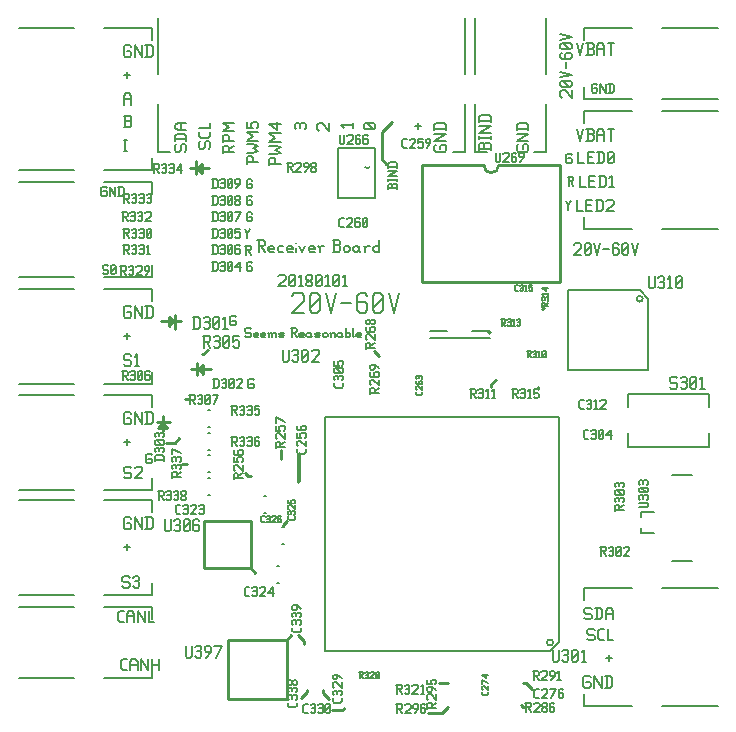
<source format=gbr>
G04 start of page 10 for group -4079 idx -4079 *
G04 Title: receiver, topsilk *
G04 Creator: pcb 20140316 *
G04 CreationDate: Tue 02 Jan 2018 12:34:38 AM GMT UTC *
G04 For: brian *
G04 Format: Gerber/RS-274X *
G04 PCB-Dimensions (mil): 6000.00 5000.00 *
G04 PCB-Coordinate-Origin: lower left *
%MOIN*%
%FSLAX25Y25*%
%LNTOPSILK*%
%ADD148C,0.0080*%
%ADD147C,0.0100*%
G54D147*X237500Y91500D02*X239000Y93000D01*
X244500Y52000D02*Y53000D01*
X242500Y55000D01*
X245500Y36500D02*Y36000D01*
X243500Y34000D01*
X251000Y36500D02*Y35500D01*
X253000Y33500D01*
X254000Y30000D02*X257500D01*
X258000Y30500D01*
X292500Y39000D02*X289500D01*
X317500D02*X318500D01*
X320500Y37000D01*
X286000Y29000D02*X290500D01*
X292500Y31000D01*
X317000Y31500D02*X317500Y31000D01*
X318000D01*
X204000Y112000D02*X205500D01*
X237000Y113500D02*Y116500D01*
X227000Y108000D02*X226000D01*
X225000Y109000D01*
X242500Y115000D02*Y106000D01*
X243000Y115500D02*Y106500D01*
X242500Y106000D01*
X196000Y124000D02*X197500Y125500D01*
X195500Y126000D02*X200000D01*
X196000Y124000D02*X199000D01*
X197500Y125500D02*X199000Y124000D01*
X197500Y128000D02*Y123000D01*
X198500Y119000D02*X201500D01*
X203000Y120500D01*
X322500Y137500D02*Y137000D01*
X308500Y140000D02*X307000Y138500D01*
Y137500D01*
X324500Y164000D02*X324000Y163500D01*
X274000Y226000D02*X270500Y222500D01*
Y213500D01*
X272000Y212000D01*
X210500Y209000D02*X209000Y210500D01*
X210500Y212000D01*
X208500Y213000D02*Y208500D01*
X210500Y212000D02*Y209000D01*
X213000Y210500D02*X206500D01*
X199500Y161000D02*X201000Y159500D01*
X199500Y158000D01*
X201500Y161500D02*Y157000D01*
X197000Y159500D02*X203500D01*
X199500Y161000D02*Y158000D01*
X210500Y148500D02*X211000D01*
X212500Y150000D01*
X268000Y149500D02*X269500Y148000D01*
X206500Y133500D02*X205000D01*
X211000Y142000D02*X209500Y143500D01*
X211000Y145000D01*
X207000Y143500D02*X213500D01*
X211000Y145000D02*Y142000D01*
X209000Y145500D02*Y141500D01*
G54D148*X186460Y251520D02*X186950Y251030D01*
X184990Y251520D02*X186460D01*
X184500Y251030D02*X184990Y251520D01*
X184500Y251030D02*Y248090D01*
X184990Y247600D01*
X186460D01*
X186950Y248090D01*
Y249070D02*Y248090D01*
X186460Y249560D02*X186950Y249070D01*
X185480Y249560D02*X186460D01*
X188126Y251520D02*Y247600D01*
Y251520D02*X190576Y247600D01*
Y251520D02*Y247600D01*
X192242Y251520D02*Y247600D01*
X193516Y251520D02*X194202Y250834D01*
Y248286D01*
X193516Y247600D02*X194202Y248286D01*
X191752Y247600D02*X193516D01*
X191752Y251520D02*X193516D01*
X184500Y241560D02*X186460D01*
X185480Y242540D02*Y240580D01*
X184500Y234540D02*Y231600D01*
Y234540D02*X185186Y235520D01*
X186264D01*
X186950Y234540D01*
Y231600D01*
X184500Y233560D02*X186950D01*
X184500Y224100D02*X186460D01*
X186950Y224590D01*
Y225766D02*Y224590D01*
X186460Y226256D02*X186950Y225766D01*
X184990Y226256D02*X186460D01*
X184990Y228020D02*Y224100D01*
X184500Y228020D02*X186460D01*
X186950Y227530D01*
Y226746D01*
X186460Y226256D02*X186950Y226746D01*
X184500Y220020D02*X185480D01*
X184990D02*Y216100D01*
X184500D02*X185480D01*
X179000Y178250D02*X179375Y177875D01*
X177875Y178250D02*X179000D01*
X177500Y177875D02*X177875Y178250D01*
X177500Y177875D02*Y177125D01*
X177875Y176750D01*
X179000D01*
X179375Y176375D01*
Y175625D01*
X179000Y175250D02*X179375Y175625D01*
X177875Y175250D02*X179000D01*
X177500Y175625D02*X177875Y175250D01*
X180275Y175625D02*X180650Y175250D01*
X180275Y177875D02*Y175625D01*
Y177875D02*X180650Y178250D01*
X181400D01*
X181775Y177875D01*
Y175625D01*
X181400Y175250D02*X181775Y175625D01*
X180650Y175250D02*X181400D01*
X180275Y176000D02*X181775Y177500D01*
X178500Y204376D02*X178875Y204001D01*
X177375Y204376D02*X178500D01*
X177000Y204001D02*X177375Y204376D01*
X177000Y204001D02*Y201751D01*
X177375Y201376D01*
X178500D01*
X178875Y201751D01*
Y202501D02*Y201751D01*
X178500Y202876D02*X178875Y202501D01*
X177750Y202876D02*X178500D01*
X179775Y204376D02*Y201376D01*
Y204376D02*X181650Y201376D01*
Y204376D02*Y201376D01*
X182925Y204376D02*Y201376D01*
X183900Y204376D02*X184425Y203851D01*
Y201901D01*
X183900Y201376D02*X184425Y201901D01*
X182550Y201376D02*X183900D01*
X182550Y204376D02*X183900D01*
X201480Y217960D02*X201970Y218450D01*
X201480Y217960D02*Y216490D01*
X201970Y216000D02*X201480Y216490D01*
X201970Y216000D02*X202950D01*
X203440Y216490D01*
Y217960D02*Y216490D01*
Y217960D02*X203930Y218450D01*
X204910D01*
X205400Y217960D02*X204910Y218450D01*
X205400Y217960D02*Y216490D01*
X204910Y216000D02*X205400Y216490D01*
X201480Y220116D02*X205400D01*
X201480Y221390D02*X202166Y222076D01*
X204714D01*
X205400Y221390D02*X204714Y222076D01*
X205400Y221390D02*Y219626D01*
X201480Y221390D02*Y219626D01*
X202460Y223252D02*X205400D01*
X202460D02*X201480Y223938D01*
Y225016D02*Y223938D01*
Y225016D02*X202460Y225702D01*
X205400D01*
X203440D02*Y223252D01*
X209480Y218960D02*X209970Y219450D01*
X209480Y218960D02*Y217490D01*
X209970Y217000D02*X209480Y217490D01*
X209970Y217000D02*X210950D01*
X211440Y217490D01*
Y218960D02*Y217490D01*
Y218960D02*X211930Y219450D01*
X212910D01*
X213400Y218960D02*X212910Y219450D01*
X213400Y218960D02*Y217490D01*
X212910Y217000D02*X213400Y217490D01*
Y222586D02*Y221312D01*
X212714Y220626D02*X213400Y221312D01*
X210166Y220626D02*X212714D01*
X210166D02*X209480Y221312D01*
Y222586D02*Y221312D01*
Y223762D02*X213400D01*
Y225722D02*Y223762D01*
X217480Y217460D02*Y215500D01*
Y217460D02*X217970Y217950D01*
X218950D01*
X219440Y217460D02*X218950Y217950D01*
X219440Y217460D02*Y215990D01*
X217480D02*X221400D01*
X219440Y216774D02*X221400Y217950D01*
X217480Y219616D02*X221400D01*
X217480Y221086D02*Y219126D01*
Y221086D02*X217970Y221576D01*
X218950D01*
X219440Y221086D02*X218950Y221576D01*
X219440Y221086D02*Y219616D01*
X217480Y222752D02*X221400D01*
X217480D02*X219440Y224222D01*
X217480Y225692D01*
X221400D01*
X339677Y41272D02*X340167Y40782D01*
X338207Y41272D02*X339677D01*
X337717Y40782D02*X338207Y41272D01*
X337717Y40782D02*Y37842D01*
X338207Y37352D01*
X339677D01*
X340167Y37842D01*
Y38822D02*Y37842D01*
X339677Y39312D02*X340167Y38822D01*
X338697Y39312D02*X339677D01*
X341343Y41272D02*Y37352D01*
Y41272D02*X343793Y37352D01*
Y41272D02*Y37352D01*
X345459Y41272D02*Y37352D01*
X346733Y41272D02*X347419Y40586D01*
Y38038D01*
X346733Y37352D02*X347419Y38038D01*
X344969Y37352D02*X346733D01*
X344969Y41272D02*X346733D01*
X345217Y47186D02*X347177D01*
X346197Y48166D02*Y46206D01*
X340960Y57020D02*X341450Y56530D01*
X339490Y57020D02*X340960D01*
X339000Y56530D02*X339490Y57020D01*
X339000Y56530D02*Y55550D01*
X339490Y55060D01*
X340960D01*
X341450Y54570D01*
Y53590D01*
X340960Y53100D02*X341450Y53590D01*
X339490Y53100D02*X340960D01*
X339000Y53590D02*X339490Y53100D01*
X343312D02*X344586D01*
X342626Y53786D02*X343312Y53100D01*
X342626Y56334D02*Y53786D01*
Y56334D02*X343312Y57020D01*
X344586D01*
X345762D02*Y53100D01*
X347722D01*
X339960Y64020D02*X340450Y63530D01*
X338490Y64020D02*X339960D01*
X338000Y63530D02*X338490Y64020D01*
X338000Y63530D02*Y62550D01*
X338490Y62060D01*
X339960D01*
X340450Y61570D01*
Y60590D01*
X339960Y60100D02*X340450Y60590D01*
X338490Y60100D02*X339960D01*
X338000Y60590D02*X338490Y60100D01*
X342116Y64020D02*Y60100D01*
X343390Y64020D02*X344076Y63334D01*
Y60786D01*
X343390Y60100D02*X344076Y60786D01*
X341626Y60100D02*X343390D01*
X341626Y64020D02*X343390D01*
X345252Y63040D02*Y60100D01*
Y63040D02*X345938Y64020D01*
X347016D01*
X347702Y63040D01*
Y60100D01*
X345252Y62060D02*X347702D01*
X186460Y148520D02*X186950Y148030D01*
X184990Y148520D02*X186460D01*
X184500Y148030D02*X184990Y148520D01*
X184500Y148030D02*Y147050D01*
X184990Y146560D01*
X186460D01*
X186950Y146070D01*
Y145090D01*
X186460Y144600D02*X186950Y145090D01*
X184990Y144600D02*X186460D01*
X184500Y145090D02*X184990Y144600D01*
X188126Y147736D02*X188910Y148520D01*
Y144600D01*
X188126D02*X189596D01*
X186460Y94146D02*X186950Y93656D01*
X184990Y94146D02*X186460D01*
X184500Y93656D02*X184990Y94146D01*
X184500Y93656D02*Y90716D01*
X184990Y90226D01*
X186460D01*
X186950Y90716D01*
Y91696D02*Y90716D01*
X186460Y92186D02*X186950Y91696D01*
X185480Y92186D02*X186460D01*
X188126Y94146D02*Y90226D01*
Y94146D02*X190576Y90226D01*
Y94146D02*Y90226D01*
X192242Y94146D02*Y90226D01*
X193516Y94146D02*X194202Y93460D01*
Y90912D01*
X193516Y90226D02*X194202Y90912D01*
X191752Y90226D02*X193516D01*
X191752Y94146D02*X193516D01*
X186460Y129146D02*X186950Y128656D01*
X184990Y129146D02*X186460D01*
X184500Y128656D02*X184990Y129146D01*
X184500Y128656D02*Y125716D01*
X184990Y125226D01*
X186460D01*
X186950Y125716D01*
Y126696D02*Y125716D01*
X186460Y127186D02*X186950Y126696D01*
X185480Y127186D02*X186460D01*
X188126Y129146D02*Y125226D01*
Y129146D02*X190576Y125226D01*
Y129146D02*Y125226D01*
X192242Y129146D02*Y125226D01*
X193516Y129146D02*X194202Y128460D01*
Y125912D01*
X193516Y125226D02*X194202Y125912D01*
X191752Y125226D02*X193516D01*
X191752Y129146D02*X193516D01*
X184500Y119186D02*X186460D01*
X185480Y120166D02*Y118206D01*
X184500Y84186D02*X186460D01*
X185480Y85166D02*Y83206D01*
X186460Y111020D02*X186950Y110530D01*
X184990Y111020D02*X186460D01*
X184500Y110530D02*X184990Y111020D01*
X184500Y110530D02*Y109550D01*
X184990Y109060D01*
X186460D01*
X186950Y108570D01*
Y107590D01*
X186460Y107100D02*X186950Y107590D01*
X184990Y107100D02*X186460D01*
X184500Y107590D02*X184990Y107100D01*
X188126Y110530D02*X188616Y111020D01*
X190086D01*
X190576Y110530D01*
Y109550D01*
X188126Y107100D02*X190576Y109550D01*
X188126Y107100D02*X190576D01*
X193500Y115250D02*X193875Y114875D01*
X192375Y115250D02*X193500D01*
X192000Y114875D02*X192375Y115250D01*
X192000Y114875D02*Y112625D01*
X192375Y112250D01*
X193500D01*
X193875Y112625D01*
Y113375D02*Y112625D01*
X193500Y113750D02*X193875Y113375D01*
X192750Y113750D02*X193500D01*
X185960Y74520D02*X186450Y74030D01*
X184490Y74520D02*X185960D01*
X184000Y74030D02*X184490Y74520D01*
X184000Y74030D02*Y73050D01*
X184490Y72560D01*
X185960D01*
X186450Y72070D01*
Y71090D01*
X185960Y70600D02*X186450Y71090D01*
X184490Y70600D02*X185960D01*
X184000Y71090D02*X184490Y70600D01*
X187626Y74030D02*X188116Y74520D01*
X189096D01*
X189586Y74030D01*
X189096Y70600D02*X189586Y71090D01*
X188116Y70600D02*X189096D01*
X187626Y71090D02*X188116Y70600D01*
Y72756D02*X189096D01*
X189586Y74030D02*Y73246D01*
Y72266D02*Y71090D01*
Y72266D02*X189096Y72756D01*
X189586Y73246D02*X189096Y72756D01*
X183179Y59150D02*X184440D01*
X182500Y59829D02*X183179Y59150D01*
X182500Y62351D02*Y59829D01*
Y62351D02*X183179Y63030D01*
X184440D01*
X185604Y62060D02*Y59150D01*
Y62060D02*X186283Y63030D01*
X187350D01*
X188029Y62060D01*
Y59150D01*
X185604Y61090D02*X188029D01*
X189193Y63030D02*Y59150D01*
Y63030D02*X191618Y59150D01*
Y63030D02*Y59150D01*
X192782Y63030D02*Y59150D01*
X194722D01*
X184186Y43100D02*X185460D01*
X183500Y43786D02*X184186Y43100D01*
X183500Y46334D02*Y43786D01*
Y46334D02*X184186Y47020D01*
X185460D01*
X186636Y46040D02*Y43100D01*
Y46040D02*X187322Y47020D01*
X188400D01*
X189086Y46040D01*
Y43100D01*
X186636Y45060D02*X189086D01*
X190262Y47020D02*Y43100D01*
Y47020D02*X192712Y43100D01*
Y47020D02*Y43100D01*
X193888Y47020D02*Y43100D01*
X196338Y47020D02*Y43100D01*
X193888Y45060D02*X196338D01*
X227500Y140250D02*X227875Y139875D01*
X226375Y140250D02*X227500D01*
X226000Y139875D02*X226375Y140250D01*
X226000Y139875D02*Y137625D01*
X226375Y137250D01*
X227500D01*
X227875Y137625D01*
Y138375D02*Y137625D01*
X227500Y138750D02*X227875Y138375D01*
X226750Y138750D02*X227500D01*
X335500Y252146D02*X336480Y248226D01*
X337460Y252146D01*
X338636Y248226D02*X340596D01*
X341086Y248716D01*
Y249892D02*Y248716D01*
X340596Y250382D02*X341086Y249892D01*
X339126Y250382D02*X340596D01*
X339126Y252146D02*Y248226D01*
X338636Y252146D02*X340596D01*
X341086Y251656D01*
Y250872D01*
X340596Y250382D02*X341086Y250872D01*
X342262Y251166D02*Y248226D01*
Y251166D02*X342948Y252146D01*
X344026D01*
X344712Y251166D01*
Y248226D01*
X342262Y250186D02*X344712D01*
X345888Y252146D02*X347848D01*
X346868D02*Y248226D01*
X330470Y234000D02*X329980Y234490D01*
Y235960D02*Y234490D01*
Y235960D02*X330470Y236450D01*
X331450D01*
X333900Y234000D02*X331450Y236450D01*
X333900D02*Y234000D01*
X333410Y237626D02*X333900Y238116D01*
X330470Y237626D02*X333410D01*
X330470D02*X329980Y238116D01*
Y239096D02*Y238116D01*
Y239096D02*X330470Y239586D01*
X333410D01*
X333900Y239096D02*X333410Y239586D01*
X333900Y239096D02*Y238116D01*
X332920Y237626D02*X330960Y239586D01*
X329980Y240762D02*X333900Y241742D01*
X329980Y242722D01*
X331940Y245858D02*Y243898D01*
X329980Y248504D02*X330470Y248994D01*
X329980Y248504D02*Y247524D01*
X330470Y247034D02*X329980Y247524D01*
X330470Y247034D02*X333410D01*
X333900Y247524D01*
X331744Y248504D02*X332234Y248994D01*
X331744Y248504D02*Y247034D01*
X333900Y248504D02*Y247524D01*
Y248504D02*X333410Y248994D01*
X332234D02*X333410D01*
Y250170D02*X333900Y250660D01*
X330470Y250170D02*X333410D01*
X330470D02*X329980Y250660D01*
Y251640D02*Y250660D01*
Y251640D02*X330470Y252130D01*
X333410D01*
X333900Y251640D02*X333410Y252130D01*
X333900Y251640D02*Y250660D01*
X332920Y250170D02*X330960Y252130D01*
X329980Y253306D02*X333900Y254286D01*
X329980Y255266D01*
X342000Y238750D02*X342375Y238375D01*
X340875Y238750D02*X342000D01*
X340500Y238375D02*X340875Y238750D01*
X340500Y238375D02*Y236125D01*
X340875Y235750D01*
X342000D01*
X342375Y236125D01*
Y236875D02*Y236125D01*
X342000Y237250D02*X342375Y236875D01*
X341250Y237250D02*X342000D01*
X343275Y238750D02*Y235750D01*
Y238750D02*X345150Y235750D01*
Y238750D02*Y235750D01*
X346425Y238750D02*Y235750D01*
X347400Y238750D02*X347925Y238225D01*
Y236275D01*
X347400Y235750D02*X347925Y236275D01*
X346050Y235750D02*X347400D01*
X346050Y238750D02*X347400D01*
X315480Y217960D02*X315970Y218450D01*
X315480Y217960D02*Y216490D01*
X315970Y216000D02*X315480Y216490D01*
X315970Y216000D02*X318910D01*
X319400Y216490D01*
Y217960D02*Y216490D01*
Y217960D02*X318910Y218450D01*
X317930D02*X318910D01*
X317440Y217960D02*X317930Y218450D01*
X317440Y217960D02*Y216980D01*
X315480Y219626D02*X319400D01*
X315480D02*X319400Y222076D01*
X315480D02*X319400D01*
X315480Y223742D02*X319400D01*
X315480Y225016D02*X316166Y225702D01*
X318714D01*
X319400Y225016D02*X318714Y225702D01*
X319400Y225016D02*Y223252D01*
X315480Y225016D02*Y223252D01*
X306900Y218460D02*Y216500D01*
Y218460D02*X306410Y218950D01*
X305234D02*X306410D01*
X304744Y218460D02*X305234Y218950D01*
X304744Y218460D02*Y216990D01*
X302980D02*X306900D01*
X302980Y218460D02*Y216500D01*
Y218460D02*X303470Y218950D01*
X304254D01*
X304744Y218460D02*X304254Y218950D01*
X302980Y221106D02*Y220126D01*
Y220616D02*X306900D01*
Y221106D02*Y220126D01*
X302980Y222282D02*X306900D01*
X302980D02*X306900Y224732D01*
X302980D02*X306900D01*
X302980Y226398D02*X306900D01*
X302980Y227672D02*X303666Y228358D01*
X306214D01*
X306900Y227672D02*X306214Y228358D01*
X306900Y227672D02*Y225908D01*
X302980Y227672D02*Y225908D01*
X336000Y216020D02*Y212100D01*
X337960D01*
X339136Y214256D02*X340606D01*
X339136Y212100D02*X341096D01*
X339136Y216020D02*Y212100D01*
Y216020D02*X341096D01*
X342762D02*Y212100D01*
X344036Y216020D02*X344722Y215334D01*
Y212786D01*
X344036Y212100D02*X344722Y212786D01*
X342272Y212100D02*X344036D01*
X342272Y216020D02*X344036D01*
X345898Y212590D02*X346388Y212100D01*
X345898Y215530D02*Y212590D01*
Y215530D02*X346388Y216020D01*
X347368D01*
X347858Y215530D01*
Y212590D01*
X347368Y212100D02*X347858Y212590D01*
X346388Y212100D02*X347368D01*
X345898Y213080D02*X347858Y215040D01*
X336500Y208020D02*Y204100D01*
X338460D01*
X339636Y206256D02*X341106D01*
X339636Y204100D02*X341596D01*
X339636Y208020D02*Y204100D01*
Y208020D02*X341596D01*
X343262D02*Y204100D01*
X344536Y208020D02*X345222Y207334D01*
Y204786D01*
X344536Y204100D02*X345222Y204786D01*
X342772Y204100D02*X344536D01*
X342772Y208020D02*X344536D01*
X346398Y207236D02*X347182Y208020D01*
Y204100D01*
X346398D02*X347868D01*
X333480Y215260D02*X333850Y214890D01*
X332370Y215260D02*X333480D01*
X332000Y214890D02*X332370Y215260D01*
X332000Y214890D02*Y212670D01*
X332370Y212300D01*
X333480D01*
X333850Y212670D01*
Y213410D02*Y212670D01*
X333480Y213780D02*X333850Y213410D01*
X332740Y213780D02*X333480D01*
X332500Y207750D02*X334000D01*
X334375Y207375D01*
Y206625D01*
X334000Y206250D02*X334375Y206625D01*
X332875Y206250D02*X334000D01*
X332875Y207750D02*Y204750D01*
X333475Y206250D02*X334375Y204750D01*
X184500Y154686D02*X186460D01*
X185480Y155666D02*Y153706D01*
X221500Y161250D02*X221875Y160875D01*
X220375Y161250D02*X221500D01*
X220000Y160875D02*X220375Y161250D01*
X220000Y160875D02*Y158625D01*
X220375Y158250D01*
X221500D01*
X221875Y158625D01*
Y159375D02*Y158625D01*
X221500Y159750D02*X221875Y159375D01*
X220750Y159750D02*X221500D01*
X186460Y164646D02*X186950Y164156D01*
X184990Y164646D02*X186460D01*
X184500Y164156D02*X184990Y164646D01*
X184500Y164156D02*Y161216D01*
X184990Y160726D01*
X186460D01*
X186950Y161216D01*
Y162196D02*Y161216D01*
X186460Y162686D02*X186950Y162196D01*
X185480Y162686D02*X186460D01*
X188126Y164646D02*Y160726D01*
Y164646D02*X190576Y160726D01*
Y164646D02*Y160726D01*
X192242Y164646D02*Y160726D01*
X193516Y164646D02*X194202Y163960D01*
Y161412D01*
X193516Y160726D02*X194202Y161412D01*
X191752Y160726D02*X193516D01*
X191752Y164646D02*X193516D01*
X335500Y223520D02*X336480Y219600D01*
X337460Y223520D01*
X338636Y219600D02*X340596D01*
X341086Y220090D01*
Y221266D02*Y220090D01*
X340596Y221756D02*X341086Y221266D01*
X339126Y221756D02*X340596D01*
X339126Y223520D02*Y219600D01*
X338636Y223520D02*X340596D01*
X341086Y223030D01*
Y222246D01*
X340596Y221756D02*X341086Y222246D01*
X342262Y222540D02*Y219600D01*
Y222540D02*X342948Y223520D01*
X344026D01*
X344712Y222540D01*
Y219600D01*
X342262Y221560D02*X344712D01*
X345888Y223520D02*X347848D01*
X346868D02*Y219600D01*
X334500Y185030D02*X334990Y185520D01*
X336460D01*
X336950Y185030D01*
Y184050D01*
X334500Y181600D02*X336950Y184050D01*
X334500Y181600D02*X336950D01*
X338126Y182090D02*X338616Y181600D01*
X338126Y185030D02*Y182090D01*
Y185030D02*X338616Y185520D01*
X339596D01*
X340086Y185030D01*
Y182090D01*
X339596Y181600D02*X340086Y182090D01*
X338616Y181600D02*X339596D01*
X338126Y182580D02*X340086Y184540D01*
X341262Y185520D02*X342242Y181600D01*
X343222Y185520D01*
X344398Y183560D02*X346358D01*
X349004Y185520D02*X349494Y185030D01*
X348024Y185520D02*X349004D01*
X347534Y185030D02*X348024Y185520D01*
X347534Y185030D02*Y182090D01*
X348024Y181600D01*
X349004Y183756D02*X349494Y183266D01*
X347534Y183756D02*X349004D01*
X348024Y181600D02*X349004D01*
X349494Y182090D01*
Y183266D02*Y182090D01*
X350670D02*X351160Y181600D01*
X350670Y185030D02*Y182090D01*
Y185030D02*X351160Y185520D01*
X352140D01*
X352630Y185030D01*
Y182090D01*
X352140Y181600D02*X352630Y182090D01*
X351160Y181600D02*X352140D01*
X350670Y182580D02*X352630Y184540D01*
X353806Y185520D02*X354786Y181600D01*
X355766Y185520D01*
X335500Y200020D02*Y196100D01*
X337460D01*
X338636Y198256D02*X340106D01*
X338636Y196100D02*X340596D01*
X338636Y200020D02*Y196100D01*
Y200020D02*X340596D01*
X342262D02*Y196100D01*
X343536Y200020D02*X344222Y199334D01*
Y196786D01*
X343536Y196100D02*X344222Y196786D01*
X341772Y196100D02*X343536D01*
X341772Y200020D02*X343536D01*
X345398Y199530D02*X345888Y200020D01*
X347358D01*
X347848Y199530D01*
Y198550D01*
X345398Y196100D02*X347848Y198550D01*
X345398Y196100D02*X347848D01*
X288035Y217893D02*X288525Y218383D01*
X288035Y217893D02*Y216423D01*
X288525Y215933D02*X288035Y216423D01*
X288525Y215933D02*X291465D01*
X291955Y216423D01*
Y217893D02*Y216423D01*
Y217893D02*X291465Y218383D01*
X290485D02*X291465D01*
X289995Y217893D02*X290485Y218383D01*
X289995Y217893D02*Y216913D01*
X288035Y219559D02*X291955D01*
X288035D02*X291955Y222009D01*
X288035D02*X291955D01*
X288035Y223675D02*X291955D01*
X288035Y224949D02*X288721Y225635D01*
X291269D01*
X291955Y224949D02*X291269Y225635D01*
X291955Y224949D02*Y223185D01*
X288035Y224949D02*Y223185D01*
X282487Y225484D02*Y223524D01*
X281507Y224504D02*X283467D01*
X332000Y199750D02*X332750Y198250D01*
X333500Y199750D01*
X332750Y198250D02*Y196750D01*
X225480Y212490D02*X229400D01*
X225480Y213960D02*Y212000D01*
Y213960D02*X225970Y214450D01*
X226950D01*
X227440Y213960D02*X226950Y214450D01*
X227440Y213960D02*Y212490D01*
X225480Y215626D02*X227440D01*
X229400Y216116D01*
X227440Y217096D01*
X229400Y218076D01*
X227440Y218566D01*
X225480D02*X227440D01*
X225480Y219742D02*X229400D01*
X225480D02*X227440Y221212D01*
X225480Y222682D01*
X229400D01*
X225480Y225818D02*Y223858D01*
X227440D01*
X226950Y224348D01*
Y225328D02*Y224348D01*
Y225328D02*X227440Y225818D01*
X228910D01*
X229400Y225328D02*X228910Y225818D01*
X229400Y225328D02*Y224348D01*
X228910Y223858D02*X229400Y224348D01*
X232980Y211990D02*X236900D01*
X232980Y213460D02*Y211500D01*
Y213460D02*X233470Y213950D01*
X234450D01*
X234940Y213460D02*X234450Y213950D01*
X234940Y213460D02*Y211990D01*
X232980Y215126D02*X234940D01*
X236900Y215616D01*
X234940Y216596D01*
X236900Y217576D01*
X234940Y218066D01*
X232980D02*X234940D01*
X232980Y219242D02*X236900D01*
X232980D02*X234940Y220712D01*
X232980Y222182D01*
X236900D01*
X235430Y223358D02*X232980Y225318D01*
X235430Y225808D02*Y223358D01*
X232980Y225318D02*X236900D01*
X241970Y223500D02*X241480Y223990D01*
Y224970D02*Y223990D01*
Y224970D02*X241970Y225460D01*
X245400Y224970D02*X244910Y225460D01*
X245400Y224970D02*Y223990D01*
X244910Y223500D02*X245400Y223990D01*
X243244Y224970D02*Y223990D01*
X241970Y225460D02*X242754D01*
X243734D02*X244910D01*
X243734D02*X243244Y224970D01*
X242754Y225460D02*X243244Y224970D01*
X249470Y223000D02*X248980Y223490D01*
Y224960D02*Y223490D01*
Y224960D02*X249470Y225450D01*
X250450D01*
X252900Y223000D02*X250450Y225450D01*
X252900D02*Y223000D01*
X257764Y224000D02*X256980Y224784D01*
X260900D01*
Y225470D02*Y224000D01*
X267910Y223500D02*X268400Y223990D01*
X264970Y223500D02*X267910D01*
X264970D02*X264480Y223990D01*
Y224970D02*Y223990D01*
Y224970D02*X264970Y225460D01*
X267910D01*
X268400Y224970D02*X267910Y225460D01*
X268400Y224970D02*Y223990D01*
X267420Y223500D02*X265460Y225460D01*
X275700Y204980D02*Y203500D01*
Y204980D02*X275330Y205350D01*
X274442D02*X275330D01*
X274072Y204980D02*X274442Y205350D01*
X274072Y204980D02*Y203870D01*
X272740D02*X275700D01*
X272740Y204980D02*Y203500D01*
Y204980D02*X273110Y205350D01*
X273702D01*
X274072Y204980D02*X273702Y205350D01*
X272740Y206978D02*Y206238D01*
Y206608D02*X275700D01*
Y206978D02*Y206238D01*
X272740Y207866D02*X275700D01*
X272740D02*X275700Y209716D01*
X272740D02*X275700D01*
X272740Y210974D02*X275700D01*
X272740Y211936D02*X273258Y212454D01*
X275182D01*
X275700Y211936D02*X275182Y212454D01*
X275700Y211936D02*Y210604D01*
X272740Y211936D02*Y210604D01*
X229000Y186520D02*X230960D01*
X231450Y186030D01*
Y185050D01*
X230960Y184560D02*X231450Y185050D01*
X229490Y184560D02*X230960D01*
X229490Y186520D02*Y182600D01*
X230274Y184560D02*X231450Y182600D01*
X233116D02*X234586D01*
X232626Y183090D02*X233116Y182600D01*
X232626Y184070D02*Y183090D01*
Y184070D02*X233116Y184560D01*
X234096D01*
X234586Y184070D01*
X232626Y183580D02*X234586D01*
Y184070D02*Y183580D01*
X236252Y184560D02*X237722D01*
X235762Y184070D02*X236252Y184560D01*
X235762Y184070D02*Y183090D01*
X236252Y182600D01*
X237722D01*
X239388D02*X240858D01*
X238898Y183090D02*X239388Y182600D01*
X238898Y184070D02*Y183090D01*
Y184070D02*X239388Y184560D01*
X240368D01*
X240858Y184070D01*
X238898Y183580D02*X240858D01*
Y184070D02*Y183580D01*
X242034Y185540D02*Y185442D01*
Y184070D02*Y182600D01*
X243014Y184560D02*X243994Y182600D01*
X244974Y184560D02*X243994Y182600D01*
X246640D02*X248110D01*
X246150Y183090D02*X246640Y182600D01*
X246150Y184070D02*Y183090D01*
Y184070D02*X246640Y184560D01*
X247620D01*
X248110Y184070D01*
X246150Y183580D02*X248110D01*
Y184070D02*Y183580D01*
X249776Y184070D02*Y182600D01*
Y184070D02*X250266Y184560D01*
X251246D01*
X249286D02*X249776Y184070D01*
X254186Y182600D02*X256146D01*
X256636Y183090D01*
Y184266D02*Y183090D01*
X256146Y184756D02*X256636Y184266D01*
X254676Y184756D02*X256146D01*
X254676Y186520D02*Y182600D01*
X254186Y186520D02*X256146D01*
X256636Y186030D01*
Y185246D01*
X256146Y184756D02*X256636Y185246D01*
X257812Y184070D02*Y183090D01*
Y184070D02*X258302Y184560D01*
X259282D01*
X259772Y184070D01*
Y183090D01*
X259282Y182600D02*X259772Y183090D01*
X258302Y182600D02*X259282D01*
X257812Y183090D02*X258302Y182600D01*
X262418Y184560D02*X262908Y184070D01*
X261438Y184560D02*X262418D01*
X260948Y184070D02*X261438Y184560D01*
X260948Y184070D02*Y183090D01*
X261438Y182600D01*
X262908Y184560D02*Y183090D01*
X263398Y182600D01*
X261438D02*X262418D01*
X262908Y183090D01*
X265064Y184070D02*Y182600D01*
Y184070D02*X265554Y184560D01*
X266534D01*
X264574D02*X265064Y184070D01*
X269670Y186520D02*Y182600D01*
X269180D02*X269670Y183090D01*
X268200Y182600D02*X269180D01*
X267710Y183090D02*X268200Y182600D01*
X267710Y184070D02*Y183090D01*
Y184070D02*X268200Y184560D01*
X269180D01*
X269670Y184070D01*
X240500Y168040D02*X241320Y168860D01*
X243780D01*
X244600Y168040D01*
Y166400D01*
X240500Y162300D02*X244600Y166400D01*
X240500Y162300D02*X244600D01*
X246568Y163120D02*X247388Y162300D01*
X246568Y168040D02*Y163120D01*
Y168040D02*X247388Y168860D01*
X249028D01*
X249848Y168040D01*
Y163120D01*
X249028Y162300D02*X249848Y163120D01*
X247388Y162300D02*X249028D01*
X246568Y163940D02*X249848Y167220D01*
X251816Y168860D02*X253456Y162300D01*
X255096Y168860D01*
X257064Y165580D02*X260344D01*
X264772Y168860D02*X265592Y168040D01*
X263132Y168860D02*X264772D01*
X262312Y168040D02*X263132Y168860D01*
X262312Y168040D02*Y163120D01*
X263132Y162300D01*
X264772Y165908D02*X265592Y165088D01*
X262312Y165908D02*X264772D01*
X263132Y162300D02*X264772D01*
X265592Y163120D01*
Y165088D02*Y163120D01*
X267560D02*X268380Y162300D01*
X267560Y168040D02*Y163120D01*
Y168040D02*X268380Y168860D01*
X270020D01*
X270840Y168040D01*
Y163120D01*
X270020Y162300D02*X270840Y163120D01*
X268380Y162300D02*X270020D01*
X267560Y163940D02*X270840Y167220D01*
X272808Y168860D02*X274448Y162300D01*
X276088Y168860D01*
X236000Y174530D02*X236490Y175020D01*
X237960D01*
X238450Y174530D01*
Y173550D01*
X236000Y171100D02*X238450Y173550D01*
X236000Y171100D02*X238450D01*
X239626Y171590D02*X240116Y171100D01*
X239626Y174530D02*Y171590D01*
Y174530D02*X240116Y175020D01*
X241096D01*
X241586Y174530D01*
Y171590D01*
X241096Y171100D02*X241586Y171590D01*
X240116Y171100D02*X241096D01*
X239626Y172080D02*X241586Y174040D01*
X242762Y174236D02*X243546Y175020D01*
Y171100D01*
X242762D02*X244232D01*
X245408Y171590D02*X245898Y171100D01*
X245408Y172374D02*Y171590D01*
Y172374D02*X246094Y173060D01*
X246682D01*
X247368Y172374D01*
Y171590D01*
X246878Y171100D02*X247368Y171590D01*
X245898Y171100D02*X246878D01*
X245408Y173746D02*X246094Y173060D01*
X245408Y174530D02*Y173746D01*
Y174530D02*X245898Y175020D01*
X246878D01*
X247368Y174530D01*
Y173746D01*
X246682Y173060D02*X247368Y173746D01*
X248544Y171590D02*X249034Y171100D01*
X248544Y174530D02*Y171590D01*
Y174530D02*X249034Y175020D01*
X250014D01*
X250504Y174530D01*
Y171590D01*
X250014Y171100D02*X250504Y171590D01*
X249034Y171100D02*X250014D01*
X248544Y172080D02*X250504Y174040D01*
X251680Y174236D02*X252464Y175020D01*
Y171100D01*
X251680D02*X253150D01*
X254326Y171590D02*X254816Y171100D01*
X254326Y174530D02*Y171590D01*
Y174530D02*X254816Y175020D01*
X255796D01*
X256286Y174530D01*
Y171590D01*
X255796Y171100D02*X256286Y171590D01*
X254816Y171100D02*X255796D01*
X254326Y172080D02*X256286Y174040D01*
X257462Y174236D02*X258246Y175020D01*
Y171100D01*
X257462D02*X258932D01*
X226500Y157250D02*X226875Y156875D01*
X225375Y157250D02*X226500D01*
X225000Y156875D02*X225375Y157250D01*
X225000Y156875D02*Y156125D01*
X225375Y155750D01*
X226500D01*
X226875Y155375D01*
Y154625D01*
X226500Y154250D02*X226875Y154625D01*
X225375Y154250D02*X226500D01*
X225000Y154625D02*X225375Y154250D01*
X228150D02*X229275D01*
X227775Y154625D02*X228150Y154250D01*
X227775Y155375D02*Y154625D01*
Y155375D02*X228150Y155750D01*
X228900D01*
X229275Y155375D01*
X227775Y155000D02*X229275D01*
Y155375D02*Y155000D01*
X230550Y154250D02*X231675D01*
X230175Y154625D02*X230550Y154250D01*
X230175Y155375D02*Y154625D01*
Y155375D02*X230550Y155750D01*
X231300D01*
X231675Y155375D01*
X230175Y155000D02*X231675D01*
Y155375D02*Y155000D01*
X232950Y155375D02*Y154250D01*
Y155375D02*X233325Y155750D01*
X233700D01*
X234075Y155375D01*
Y154250D01*
Y155375D02*X234450Y155750D01*
X234825D01*
X235200Y155375D01*
Y154250D01*
X232575Y155750D02*X232950Y155375D01*
X236475Y154250D02*X237600D01*
X237975Y154625D01*
X237600Y155000D02*X237975Y154625D01*
X236475Y155000D02*X237600D01*
X236100Y155375D02*X236475Y155000D01*
X236100Y155375D02*X236475Y155750D01*
X237600D01*
X237975Y155375D01*
X236100Y154625D02*X236475Y154250D01*
X240225Y157250D02*X241725D01*
X242100Y156875D01*
Y156125D01*
X241725Y155750D02*X242100Y156125D01*
X240600Y155750D02*X241725D01*
X240600Y157250D02*Y154250D01*
X241200Y155750D02*X242100Y154250D01*
X243375D02*X244500D01*
X243000Y154625D02*X243375Y154250D01*
X243000Y155375D02*Y154625D01*
Y155375D02*X243375Y155750D01*
X244125D01*
X244500Y155375D01*
X243000Y155000D02*X244500D01*
Y155375D02*Y155000D01*
X246525Y155750D02*X246900Y155375D01*
X245775Y155750D02*X246525D01*
X245400Y155375D02*X245775Y155750D01*
X245400Y155375D02*Y154625D01*
X245775Y154250D01*
X246900Y155750D02*Y154625D01*
X247275Y154250D01*
X245775D02*X246525D01*
X246900Y154625D01*
X248550Y154250D02*X249675D01*
X250050Y154625D01*
X249675Y155000D02*X250050Y154625D01*
X248550Y155000D02*X249675D01*
X248175Y155375D02*X248550Y155000D01*
X248175Y155375D02*X248550Y155750D01*
X249675D01*
X250050Y155375D01*
X248175Y154625D02*X248550Y154250D01*
X250950Y155375D02*Y154625D01*
Y155375D02*X251325Y155750D01*
X252075D01*
X252450Y155375D01*
Y154625D01*
X252075Y154250D02*X252450Y154625D01*
X251325Y154250D02*X252075D01*
X250950Y154625D02*X251325Y154250D01*
X253725Y155375D02*Y154250D01*
Y155375D02*X254100Y155750D01*
X254475D01*
X254850Y155375D01*
Y154250D01*
X253350Y155750D02*X253725Y155375D01*
X256875Y155750D02*X257250Y155375D01*
X256125Y155750D02*X256875D01*
X255750Y155375D02*X256125Y155750D01*
X255750Y155375D02*Y154625D01*
X256125Y154250D01*
X257250Y155750D02*Y154625D01*
X257625Y154250D01*
X256125D02*X256875D01*
X257250Y154625D01*
X258525Y157250D02*Y154250D01*
Y154625D02*X258900Y154250D01*
X259650D01*
X260025Y154625D01*
Y155375D02*Y154625D01*
X259650Y155750D02*X260025Y155375D01*
X258900Y155750D02*X259650D01*
X258525Y155375D02*X258900Y155750D01*
X260925Y157250D02*Y154625D01*
X261300Y154250D01*
X262425D02*X263550D01*
X262050Y154625D02*X262425Y154250D01*
X262050Y155375D02*Y154625D01*
Y155375D02*X262425Y155750D01*
X263175D01*
X263550Y155375D01*
X262050Y155000D02*X263550D01*
Y155375D02*Y155000D01*
X225000Y184750D02*X226500D01*
X226875Y184375D01*
Y183625D01*
X226500Y183250D02*X226875Y183625D01*
X225375Y183250D02*X226500D01*
X225375Y184750D02*Y181750D01*
X225975Y183250D02*X226875Y181750D01*
X226980Y179260D02*X227350Y178890D01*
X225870Y179260D02*X226980D01*
X225500Y178890D02*X225870Y179260D01*
X225500Y178890D02*Y176670D01*
X225870Y176300D01*
X226980D01*
X227350Y176670D01*
Y177410D02*Y176670D01*
X226980Y177780D02*X227350Y177410D01*
X226240Y177780D02*X226980D01*
X225000Y190250D02*X225750Y188750D01*
X226500Y190250D01*
X225750Y188750D02*Y187250D01*
X226980Y195760D02*X227350Y195390D01*
X225870Y195760D02*X226980D01*
X225500Y195390D02*X225870Y195760D01*
X225500Y195390D02*Y193170D01*
X225870Y192800D01*
X226980D01*
X227350Y193170D01*
Y193910D02*Y193170D01*
X226980Y194280D02*X227350Y193910D01*
X226240Y194280D02*X226980D01*
Y201260D02*X227350Y200890D01*
X225870Y201260D02*X226980D01*
X225500Y200890D02*X225870Y201260D01*
X225500Y200890D02*Y198670D01*
X225870Y198300D01*
X226980D01*
X227350Y198670D01*
Y199410D02*Y198670D01*
X226980Y199780D02*X227350Y199410D01*
X226240Y199780D02*X226980D01*
Y206760D02*X227350Y206390D01*
X225870Y206760D02*X226980D01*
X225500Y206390D02*X225870Y206760D01*
X225500Y206390D02*Y204170D01*
X225870Y203800D01*
X226980D01*
X227350Y204170D01*
Y204910D02*Y204170D01*
X226980Y205280D02*X227350Y204910D01*
X226240Y205280D02*X226980D01*
X363984Y257311D02*X382500D01*
X337937D02*X353984D01*
X363984Y233689D02*X382500D01*
X337937D02*X353984D01*
X337937Y257311D02*Y253334D01*
Y237666D02*Y233689D01*
X363984Y229685D02*X382500D01*
X337937D02*X353984D01*
X363984Y190315D02*X382500D01*
X337937D02*X353984D01*
X337937Y229685D02*Y225748D01*
Y194252D02*Y190315D01*
G54D147*X284000Y211500D02*Y172500D01*
X330000D01*
Y211500D01*
X284000D02*X304500D01*
X330000D02*X309500D01*
X304500D02*G75*G03X309500Y211500I2500J0D01*G01*
G54D148*X301689Y260500D02*Y241984D01*
Y231984D02*Y215937D01*
X325311Y260500D02*Y241984D01*
Y231984D02*Y215937D01*
X301689D02*X305626D01*
X321374D02*X325311D01*
X268100Y217300D02*Y200700D01*
X255900Y217300D02*X268100D01*
X255900D02*Y200700D01*
X268100D01*
X265042Y210861D02*G75*G03X266358Y210861I658J239D01*G01*
X149500Y40689D02*X168016D01*
X178016D02*X194063D01*
X149500Y64311D02*X168016D01*
X178016D02*X194063D01*
Y44666D02*Y40689D01*
Y64311D02*Y60334D01*
X149500Y103213D02*X168016D01*
X178016D02*X194063D01*
X149500Y134787D02*X168016D01*
X178016D02*X194063D01*
Y107189D02*Y103213D01*
Y134787D02*Y130811D01*
X237107Y90755D02*X237893D01*
X237107Y85245D02*X237893D01*
X235607Y72245D02*X236393D01*
X235607Y77755D02*X236393D01*
G54D147*X211111Y92889D02*Y77111D01*
X226889D01*
Y92889D02*Y77111D01*
X211111Y92889D02*X226889D01*
Y77111D02*X228389Y75611D01*
G54D148*X231107Y95745D02*X231893D01*
X231107Y101255D02*X231893D01*
X212607Y101745D02*X213393D01*
X212607Y107255D02*X213393D01*
X212607Y109245D02*X213393D01*
X212607Y114755D02*X213393D01*
X212607Y116745D02*X213393D01*
X212607Y122255D02*X213393D01*
X212607Y124245D02*X213393D01*
X212607Y129755D02*X213393D01*
X149500Y68213D02*X168016D01*
X178016D02*X194063D01*
X149500Y99787D02*X168016D01*
X178016D02*X194063D01*
Y72189D02*Y68213D01*
Y99787D02*Y95811D01*
G54D147*X219142Y33642D02*X238858D01*
Y53358D02*Y33642D01*
X219142Y53358D02*X238858D01*
X219142D02*Y33642D01*
X238858Y53358D02*X240358Y54858D01*
G54D148*X286500Y153800D02*X306500D01*
X300750Y156200D02*X306500D01*
X286500D02*X292250D01*
X307000Y155700D02*G75*G03X307000Y155700I-500J0D01*G01*
X356835Y88957D02*X361165D01*
X356835Y96043D02*X361165D01*
X356835Y90728D02*Y88957D01*
Y96043D02*Y94272D01*
X367268Y108370D02*X373764D01*
X367268Y79630D02*X373764D01*
X359379Y166979D02*Y143121D01*
X332621D02*X359379D01*
X332621Y169879D02*Y143121D01*
Y169879D02*X356479D01*
X359379Y166979D01*
X356479Y167979D02*G75*G03X356479Y167979I0J-1000D01*G01*
X352516Y117642D02*X379484D01*
X352516Y122169D02*Y117642D01*
X379484Y122169D02*Y117642D01*
X352516Y135358D02*X379484D01*
X352516D02*Y130831D01*
X379484Y135358D02*Y130831D01*
X363984Y70685D02*X382500D01*
X337937D02*X353984D01*
X363984Y31315D02*X382500D01*
X337937D02*X353984D01*
X337937Y70685D02*Y66748D01*
Y35252D02*Y31315D01*
X251530Y49530D02*X326570D01*
X251530Y127470D02*Y49530D01*
Y127470D02*X329470D01*
Y52430D01*
X326570Y49530D01*
X327570Y52430D02*G75*G03X327570Y52430I-1000J0D01*G01*
X149500Y209839D02*X168016D01*
X178016D02*X194063D01*
X149500Y257161D02*X168016D01*
X178016D02*X194063D01*
Y213815D02*Y209839D01*
Y257161D02*Y253185D01*
X149500Y138713D02*X168016D01*
X178016D02*X194063D01*
X149500Y170287D02*X168016D01*
X178016D02*X194063D01*
Y142689D02*Y138713D01*
Y170287D02*Y166311D01*
X149500Y174213D02*X168016D01*
X178016D02*X194063D01*
X149500Y205787D02*X168016D01*
X178016D02*X194063D01*
Y178189D02*Y174213D01*
Y205787D02*Y201811D01*
X195819Y260500D02*Y241984D01*
Y231984D02*Y215937D01*
X298181Y260500D02*Y241984D01*
Y231984D02*Y215937D01*
X195819D02*X199756D01*
X298181D02*X294244D01*
X313850Y136880D02*X315390D01*
X315775Y136495D01*
Y135725D01*
X315390Y135340D02*X315775Y135725D01*
X314235Y135340D02*X315390D01*
X314235Y136880D02*Y133800D01*
X314851Y135340D02*X315775Y133800D01*
X316699Y136495D02*X317084Y136880D01*
X317854D01*
X318239Y136495D01*
X317854Y133800D02*X318239Y134185D01*
X317084Y133800D02*X317854D01*
X316699Y134185D02*X317084Y133800D01*
Y135494D02*X317854D01*
X318239Y136495D02*Y135879D01*
Y135109D02*Y134185D01*
Y135109D02*X317854Y135494D01*
X318239Y135879D02*X317854Y135494D01*
X319163Y136264D02*X319779Y136880D01*
Y133800D01*
X319163D02*X320318D01*
X321242Y136880D02*X322782D01*
X321242D02*Y135340D01*
X321627Y135725D01*
X322397D01*
X322782Y135340D01*
Y134185D01*
X322397Y133800D02*X322782Y134185D01*
X321627Y133800D02*X322397D01*
X321242Y134185D02*X321627Y133800D01*
X299850Y136880D02*X301390D01*
X301775Y136495D01*
Y135725D01*
X301390Y135340D02*X301775Y135725D01*
X300235Y135340D02*X301390D01*
X300235Y136880D02*Y133800D01*
X300851Y135340D02*X301775Y133800D01*
X302699Y136495D02*X303084Y136880D01*
X303854D01*
X304239Y136495D01*
X303854Y133800D02*X304239Y134185D01*
X303084Y133800D02*X303854D01*
X302699Y134185D02*X303084Y133800D01*
Y135494D02*X303854D01*
X304239Y136495D02*Y135879D01*
Y135109D02*Y134185D01*
Y135109D02*X303854Y135494D01*
X304239Y135879D02*X303854Y135494D01*
X305163Y136264D02*X305779Y136880D01*
Y133800D01*
X305163D02*X306318D01*
X307242Y136264D02*X307858Y136880D01*
Y133800D01*
X307242D02*X308397D01*
X323890Y165430D02*Y164350D01*
Y165430D02*X324160Y165700D01*
X324700D01*
X324970Y165430D02*X324700Y165700D01*
X324970Y165430D02*Y164620D01*
X323890D02*X326050D01*
X324970Y165052D02*X326050Y165700D01*
X324160Y166348D02*X323890Y166618D01*
Y167158D02*Y166618D01*
Y167158D02*X324160Y167428D01*
X326050Y167158D02*X325780Y167428D01*
X326050Y167158D02*Y166618D01*
X325780Y166348D02*X326050Y166618D01*
X324862Y167158D02*Y166618D01*
X324160Y167428D02*X324592D01*
X325132D02*X325780D01*
X325132D02*X324862Y167158D01*
X324592Y167428D02*X324862Y167158D01*
X324322Y168076D02*X323890Y168508D01*
X326050D01*
Y168886D02*Y168076D01*
X325240Y169534D02*X323890Y170614D01*
X325240Y170884D02*Y169534D01*
X323890Y170614D02*X326050D01*
X318850Y149610D02*X319930D01*
X320200Y149340D01*
Y148800D01*
X319930Y148530D02*X320200Y148800D01*
X319120Y148530D02*X319930D01*
X319120Y149610D02*Y147450D01*
X319552Y148530D02*X320200Y147450D01*
X320848Y149340D02*X321118Y149610D01*
X321658D01*
X321928Y149340D01*
X321658Y147450D02*X321928Y147720D01*
X321118Y147450D02*X321658D01*
X320848Y147720D02*X321118Y147450D01*
Y148638D02*X321658D01*
X321928Y149340D02*Y148908D01*
Y148368D02*Y147720D01*
Y148368D02*X321658Y148638D01*
X321928Y148908D02*X321658Y148638D01*
X322576Y149178D02*X323008Y149610D01*
Y147450D01*
X322576D02*X323386D01*
X324034Y147720D02*X324304Y147450D01*
X324034Y149340D02*Y147720D01*
Y149340D02*X324304Y149610D01*
X324844D01*
X325114Y149340D01*
Y147720D01*
X324844Y147450D02*X325114Y147720D01*
X324304Y147450D02*X324844D01*
X324034Y147990D02*X325114Y149070D01*
X315221Y169500D02*X315910D01*
X314850Y169871D02*X315221Y169500D01*
X314850Y171249D02*Y169871D01*
Y171249D02*X315221Y171620D01*
X315910D01*
X316546Y171355D02*X316811Y171620D01*
X317341D01*
X317606Y171355D01*
X317341Y169500D02*X317606Y169765D01*
X316811Y169500D02*X317341D01*
X316546Y169765D02*X316811Y169500D01*
Y170666D02*X317341D01*
X317606Y171355D02*Y170931D01*
Y170401D02*Y169765D01*
Y170401D02*X317341Y170666D01*
X317606Y170931D02*X317341Y170666D01*
X318242Y171196D02*X318666Y171620D01*
Y169500D01*
X318242D02*X319037D01*
X319673Y171620D02*X320733D01*
X319673D02*Y170560D01*
X319938Y170825D01*
X320468D01*
X320733Y170560D01*
Y169765D01*
X320468Y169500D02*X320733Y169765D01*
X319938Y169500D02*X320468D01*
X319673Y169765D02*X319938Y169500D01*
X359500Y174500D02*Y171000D01*
X360000Y170500D01*
X361000D01*
X361500Y171000D01*
Y174500D02*Y171000D01*
X362700Y174000D02*X363200Y174500D01*
X364200D01*
X364700Y174000D01*
X364200Y170500D02*X364700Y171000D01*
X363200Y170500D02*X364200D01*
X362700Y171000D02*X363200Y170500D01*
Y172700D02*X364200D01*
X364700Y174000D02*Y173200D01*
Y172200D02*Y171000D01*
Y172200D02*X364200Y172700D01*
X364700Y173200D02*X364200Y172700D01*
X365900Y173700D02*X366700Y174500D01*
Y170500D01*
X365900D02*X367400D01*
X368600Y171000D02*X369100Y170500D01*
X368600Y174000D02*Y171000D01*
Y174000D02*X369100Y174500D01*
X370100D01*
X370600Y174000D01*
Y171000D01*
X370100Y170500D02*X370600Y171000D01*
X369100Y170500D02*X370100D01*
X368600Y171500D02*X370600Y173500D01*
X265120Y151890D02*Y150350D01*
Y151890D02*X265505Y152275D01*
X266275D01*
X266660Y151890D02*X266275Y152275D01*
X266660Y151890D02*Y150735D01*
X265120D02*X268200D01*
X266660Y151351D02*X268200Y152275D01*
X265505Y153199D02*X265120Y153584D01*
Y154739D02*Y153584D01*
Y154739D02*X265505Y155124D01*
X266275D01*
X268200Y153199D02*X266275Y155124D01*
X268200D02*Y153199D01*
X265120Y157203D02*X265505Y157588D01*
X265120Y157203D02*Y156433D01*
X265505Y156048D02*X265120Y156433D01*
X265505Y156048D02*X267815D01*
X268200Y156433D01*
X266506Y157203D02*X266891Y157588D01*
X266506Y157203D02*Y156048D01*
X268200Y157203D02*Y156433D01*
Y157203D02*X267815Y157588D01*
X266891D02*X267815D01*
Y158512D02*X268200Y158897D01*
X267199Y158512D02*X267815D01*
X267199D02*X266660Y159051D01*
Y159513D02*Y159051D01*
Y159513D02*X267199Y160052D01*
X267815D01*
X268200Y159667D02*X267815Y160052D01*
X268200Y159667D02*Y158897D01*
X266121Y158512D02*X266660Y159051D01*
X265505Y158512D02*X266121D01*
X265505D02*X265120Y158897D01*
Y159667D02*Y158897D01*
Y159667D02*X265505Y160052D01*
X266121D01*
X266660Y159513D02*X266121Y160052D01*
X266610Y136870D02*Y135350D01*
Y136870D02*X266990Y137250D01*
X267750D01*
X268130Y136870D02*X267750Y137250D01*
X268130Y136870D02*Y135730D01*
X266610D02*X269650D01*
X268130Y136338D02*X269650Y137250D01*
X266990Y138162D02*X266610Y138542D01*
Y139682D02*Y138542D01*
Y139682D02*X266990Y140062D01*
X267750D01*
X269650Y138162D02*X267750Y140062D01*
X269650D02*Y138162D01*
X266610Y142114D02*X266990Y142494D01*
X266610Y142114D02*Y141354D01*
X266990Y140974D02*X266610Y141354D01*
X266990Y140974D02*X269270D01*
X269650Y141354D01*
X267978Y142114D02*X268358Y142494D01*
X267978Y142114D02*Y140974D01*
X269650Y142114D02*Y141354D01*
Y142114D02*X269270Y142494D01*
X268358D02*X269270D01*
X269650Y143786D02*X268130Y144926D01*
X266990D02*X268130D01*
X266610Y144546D02*X266990Y144926D01*
X266610Y144546D02*Y143786D01*
X266990Y143406D02*X266610Y143786D01*
X266990Y143406D02*X267750D01*
X268130Y143786D01*
Y144926D02*Y143786D01*
X284050Y135930D02*Y135228D01*
X283672Y134850D02*X284050Y135228D01*
X282268Y134850D02*X283672D01*
X282268D02*X281890Y135228D01*
Y135930D02*Y135228D01*
X282160Y136578D02*X281890Y136848D01*
Y137658D02*Y136848D01*
Y137658D02*X282160Y137928D01*
X282700D01*
X284050Y136578D02*X282700Y137928D01*
X284050D02*Y136578D01*
X281890Y139386D02*X282160Y139656D01*
X281890Y139386D02*Y138846D01*
X282160Y138576D02*X281890Y138846D01*
X282160Y138576D02*X283780D01*
X284050Y138846D01*
X282862Y139386D02*X283132Y139656D01*
X282862Y139386D02*Y138576D01*
X284050Y139386D02*Y138846D01*
Y139386D02*X283780Y139656D01*
X283132D02*X283780D01*
X282160Y140304D02*X281890Y140574D01*
Y141114D02*Y140574D01*
Y141114D02*X282160Y141384D01*
X284050Y141114D02*X283780Y141384D01*
X284050Y141114D02*Y140574D01*
X283780Y140304D02*X284050Y140574D01*
X282862Y141114D02*Y140574D01*
X282160Y141384D02*X282592D01*
X283132D02*X283780D01*
X283132D02*X282862Y141114D01*
X282592Y141384D02*X282862Y141114D01*
X368500Y141000D02*X369000Y140500D01*
X367000Y141000D02*X368500D01*
X366500Y140500D02*X367000Y141000D01*
X366500Y140500D02*Y139500D01*
X367000Y139000D01*
X368500D01*
X369000Y138500D01*
Y137500D01*
X368500Y137000D02*X369000Y137500D01*
X367000Y137000D02*X368500D01*
X366500Y137500D02*X367000Y137000D01*
X370200Y140500D02*X370700Y141000D01*
X371700D01*
X372200Y140500D01*
X371700Y137000D02*X372200Y137500D01*
X370700Y137000D02*X371700D01*
X370200Y137500D02*X370700Y137000D01*
Y139200D02*X371700D01*
X372200Y140500D02*Y139700D01*
Y138700D02*Y137500D01*
Y138700D02*X371700Y139200D01*
X372200Y139700D02*X371700Y139200D01*
X373400Y137500D02*X373900Y137000D01*
X373400Y140500D02*Y137500D01*
Y140500D02*X373900Y141000D01*
X374900D01*
X375400Y140500D01*
Y137500D01*
X374900Y137000D02*X375400Y137500D01*
X373900Y137000D02*X374900D01*
X373400Y138000D02*X375400Y140000D01*
X376600Y140200D02*X377400Y141000D01*
Y137000D01*
X376600D02*X378100D01*
X310350Y160110D02*X311430D01*
X311700Y159840D01*
Y159300D01*
X311430Y159030D02*X311700Y159300D01*
X310620Y159030D02*X311430D01*
X310620Y160110D02*Y157950D01*
X311052Y159030D02*X311700Y157950D01*
X312348Y159840D02*X312618Y160110D01*
X313158D01*
X313428Y159840D01*
X313158Y157950D02*X313428Y158220D01*
X312618Y157950D02*X313158D01*
X312348Y158220D02*X312618Y157950D01*
Y159138D02*X313158D01*
X313428Y159840D02*Y159408D01*
Y158868D02*Y158220D01*
Y158868D02*X313158Y159138D01*
X313428Y159408D02*X313158Y159138D01*
X314076Y159678D02*X314508Y160110D01*
Y157950D01*
X314076D02*X314886D01*
X315534Y159840D02*X315804Y160110D01*
X316344D01*
X316614Y159840D01*
X316344Y157950D02*X316614Y158220D01*
X315804Y157950D02*X316344D01*
X315534Y158220D02*X315804Y157950D01*
Y159138D02*X316344D01*
X316614Y159840D02*Y159408D01*
Y158868D02*Y158220D01*
Y158868D02*X316344Y159138D01*
X316614Y159408D02*X316344Y159138D01*
X257700Y138890D02*Y137889D01*
X257161Y137350D02*X257700Y137889D01*
X255159Y137350D02*X257161D01*
X255159D02*X254620Y137889D01*
Y138890D02*Y137889D01*
X255005Y139814D02*X254620Y140199D01*
Y140969D02*Y140199D01*
Y140969D02*X255005Y141354D01*
X257700Y140969D02*X257315Y141354D01*
X257700Y140969D02*Y140199D01*
X257315Y139814D02*X257700Y140199D01*
X256006Y140969D02*Y140199D01*
X255005Y141354D02*X255621D01*
X256391D02*X257315D01*
X256391D02*X256006Y140969D01*
X255621Y141354D02*X256006Y140969D01*
X257315Y142278D02*X257700Y142663D01*
X255005Y142278D02*X257315D01*
X255005D02*X254620Y142663D01*
Y143433D02*Y142663D01*
Y143433D02*X255005Y143818D01*
X257315D01*
X257700Y143433D02*X257315Y143818D01*
X257700Y143433D02*Y142663D01*
X256930Y142278D02*X255390Y143818D01*
X254620Y146282D02*Y144742D01*
X256160D01*
X255775Y145127D01*
Y145897D02*Y145127D01*
Y145897D02*X256160Y146282D01*
X257315D01*
X257700Y145897D02*X257315Y146282D01*
X257700Y145897D02*Y145127D01*
X257315Y144742D02*X257700Y145127D01*
X237500Y150000D02*Y146500D01*
X238000Y146000D01*
X239000D01*
X239500Y146500D01*
Y150000D02*Y146500D01*
X240700Y149500D02*X241200Y150000D01*
X242200D01*
X242700Y149500D01*
X242200Y146000D02*X242700Y146500D01*
X241200Y146000D02*X242200D01*
X240700Y146500D02*X241200Y146000D01*
Y148200D02*X242200D01*
X242700Y149500D02*Y148700D01*
Y147700D02*Y146500D01*
Y147700D02*X242200Y148200D01*
X242700Y148700D02*X242200Y148200D01*
X243900Y146500D02*X244400Y146000D01*
X243900Y149500D02*Y146500D01*
Y149500D02*X244400Y150000D01*
X245400D01*
X245900Y149500D01*
Y146500D01*
X245400Y146000D02*X245900Y146500D01*
X244400Y146000D02*X245400D01*
X243900Y147000D02*X245900Y149000D01*
X247100Y149500D02*X247600Y150000D01*
X249100D01*
X249600Y149500D01*
Y148500D01*
X247100Y146000D02*X249600Y148500D01*
X247100Y146000D02*X249600D01*
X235120Y118890D02*Y117350D01*
Y118890D02*X235505Y119275D01*
X236275D01*
X236660Y118890D02*X236275Y119275D01*
X236660Y118890D02*Y117735D01*
X235120D02*X238200D01*
X236660Y118351D02*X238200Y119275D01*
X235505Y120199D02*X235120Y120584D01*
Y121739D02*Y120584D01*
Y121739D02*X235505Y122124D01*
X236275D01*
X238200Y120199D02*X236275Y122124D01*
X238200D02*Y120199D01*
X235120Y124588D02*Y123048D01*
X236660D01*
X236275Y123433D01*
Y124203D02*Y123433D01*
Y124203D02*X236660Y124588D01*
X237815D01*
X238200Y124203D02*X237815Y124588D01*
X238200Y124203D02*Y123433D01*
X237815Y123048D02*X238200Y123433D01*
Y125897D02*X235120Y127437D01*
Y125512D01*
X245200Y116890D02*Y115889D01*
X244661Y115350D02*X245200Y115889D01*
X242659Y115350D02*X244661D01*
X242659D02*X242120Y115889D01*
Y116890D02*Y115889D01*
X242505Y117814D02*X242120Y118199D01*
Y119354D02*Y118199D01*
Y119354D02*X242505Y119739D01*
X243275D01*
X245200Y117814D02*X243275Y119739D01*
X245200D02*Y117814D01*
X242120Y122203D02*Y120663D01*
X243660D01*
X243275Y121048D01*
Y121818D02*Y121048D01*
Y121818D02*X243660Y122203D01*
X244815D01*
X245200Y121818D02*X244815Y122203D01*
X245200Y121818D02*Y121048D01*
X244815Y120663D02*X245200Y121048D01*
X242120Y124282D02*X242505Y124667D01*
X242120Y124282D02*Y123512D01*
X242505Y123127D02*X242120Y123512D01*
X242505Y123127D02*X244815D01*
X245200Y123512D01*
X243506Y124282D02*X243891Y124667D01*
X243506Y124282D02*Y123127D01*
X245200Y124282D02*Y123512D01*
Y124282D02*X244815Y124667D01*
X243891D02*X244815D01*
X202389Y95300D02*X203390D01*
X201850Y95839D02*X202389Y95300D01*
X201850Y97841D02*Y95839D01*
Y97841D02*X202389Y98380D01*
X203390D01*
X204314Y97995D02*X204699Y98380D01*
X205469D01*
X205854Y97995D01*
X205469Y95300D02*X205854Y95685D01*
X204699Y95300D02*X205469D01*
X204314Y95685D02*X204699Y95300D01*
Y96994D02*X205469D01*
X205854Y97995D02*Y97379D01*
Y96609D02*Y95685D01*
Y96609D02*X205469Y96994D01*
X205854Y97379D02*X205469Y96994D01*
X206778Y97995D02*X207163Y98380D01*
X208318D01*
X208703Y97995D01*
Y97225D01*
X206778Y95300D02*X208703Y97225D01*
X206778Y95300D02*X208703D01*
X209627Y97995D02*X210012Y98380D01*
X210782D01*
X211167Y97995D01*
X210782Y95300D02*X211167Y95685D01*
X210012Y95300D02*X210782D01*
X209627Y95685D02*X210012Y95300D01*
Y96994D02*X210782D01*
X211167Y97995D02*Y97379D01*
Y96609D02*Y95685D01*
Y96609D02*X210782Y96994D01*
X211167Y97379D02*X210782Y96994D01*
X198111Y93439D02*Y89939D01*
X198611Y89439D01*
X199611D01*
X200111Y89939D01*
Y93439D02*Y89939D01*
X201311Y92939D02*X201811Y93439D01*
X202811D01*
X203311Y92939D01*
X202811Y89439D02*X203311Y89939D01*
X201811Y89439D02*X202811D01*
X201311Y89939D02*X201811Y89439D01*
Y91639D02*X202811D01*
X203311Y92939D02*Y92139D01*
Y91139D02*Y89939D01*
Y91139D02*X202811Y91639D01*
X203311Y92139D02*X202811Y91639D01*
X204511Y89939D02*X205011Y89439D01*
X204511Y92939D02*Y89939D01*
Y92939D02*X205011Y93439D01*
X206011D01*
X206511Y92939D01*
Y89939D01*
X206011Y89439D02*X206511Y89939D01*
X205011Y89439D02*X206011D01*
X204511Y90439D02*X206511Y92439D01*
X209211Y93439D02*X209711Y92939D01*
X208211Y93439D02*X209211D01*
X207711Y92939D02*X208211Y93439D01*
X207711Y92939D02*Y89939D01*
X208211Y89439D01*
X209211Y91639D02*X209711Y91139D01*
X207711Y91639D02*X209211D01*
X208211Y89439D02*X209211D01*
X209711Y89939D01*
Y91139D02*Y89939D01*
X195850Y102880D02*X197390D01*
X197775Y102495D01*
Y101725D01*
X197390Y101340D02*X197775Y101725D01*
X196235Y101340D02*X197390D01*
X196235Y102880D02*Y99800D01*
X196851Y101340D02*X197775Y99800D01*
X198699Y102495D02*X199084Y102880D01*
X199854D01*
X200239Y102495D01*
X199854Y99800D02*X200239Y100185D01*
X199084Y99800D02*X199854D01*
X198699Y100185D02*X199084Y99800D01*
Y101494D02*X199854D01*
X200239Y102495D02*Y101879D01*
Y101109D02*Y100185D01*
Y101109D02*X199854Y101494D01*
X200239Y101879D02*X199854Y101494D01*
X201163Y102495D02*X201548Y102880D01*
X202318D01*
X202703Y102495D01*
X202318Y99800D02*X202703Y100185D01*
X201548Y99800D02*X202318D01*
X201163Y100185D02*X201548Y99800D01*
Y101494D02*X202318D01*
X202703Y102495D02*Y101879D01*
Y101109D02*Y100185D01*
Y101109D02*X202318Y101494D01*
X202703Y101879D02*X202318Y101494D01*
X203627Y100185D02*X204012Y99800D01*
X203627Y100801D02*Y100185D01*
Y100801D02*X204166Y101340D01*
X204628D01*
X205167Y100801D01*
Y100185D01*
X204782Y99800D02*X205167Y100185D01*
X204012Y99800D02*X204782D01*
X203627Y101879D02*X204166Y101340D01*
X203627Y102495D02*Y101879D01*
Y102495D02*X204012Y102880D01*
X204782D01*
X205167Y102495D01*
Y101879D01*
X204628Y101340D02*X205167Y101879D01*
X200620Y108890D02*Y107350D01*
Y108890D02*X201005Y109275D01*
X201775D01*
X202160Y108890D02*X201775Y109275D01*
X202160Y108890D02*Y107735D01*
X200620D02*X203700D01*
X202160Y108351D02*X203700Y109275D01*
X201005Y110199D02*X200620Y110584D01*
Y111354D02*Y110584D01*
Y111354D02*X201005Y111739D01*
X203700Y111354D02*X203315Y111739D01*
X203700Y111354D02*Y110584D01*
X203315Y110199D02*X203700Y110584D01*
X202006Y111354D02*Y110584D01*
X201005Y111739D02*X201621D01*
X202391D02*X203315D01*
X202391D02*X202006Y111354D01*
X201621Y111739D02*X202006Y111354D01*
X201005Y112663D02*X200620Y113048D01*
Y113818D02*Y113048D01*
Y113818D02*X201005Y114203D01*
X203700Y113818D02*X203315Y114203D01*
X203700Y113818D02*Y113048D01*
X203315Y112663D02*X203700Y113048D01*
X202006Y113818D02*Y113048D01*
X201005Y114203D02*X201621D01*
X202391D02*X203315D01*
X202391D02*X202006Y113818D01*
X201621Y114203D02*X202006Y113818D01*
X203700Y115512D02*X200620Y117052D01*
Y115127D01*
X194770Y113385D02*X197850D01*
X194770Y114386D02*X195309Y114925D01*
X197311D01*
X197850Y114386D02*X197311Y114925D01*
X197850Y114386D02*Y113000D01*
X194770Y114386D02*Y113000D01*
X195155Y115849D02*X194770Y116234D01*
Y117004D02*Y116234D01*
Y117004D02*X195155Y117389D01*
X197850Y117004D02*X197465Y117389D01*
X197850Y117004D02*Y116234D01*
X197465Y115849D02*X197850Y116234D01*
X196156Y117004D02*Y116234D01*
X195155Y117389D02*X195771D01*
X196541D02*X197465D01*
X196541D02*X196156Y117004D01*
X195771Y117389D02*X196156Y117004D01*
X197465Y118313D02*X197850Y118698D01*
X195155Y118313D02*X197465D01*
X195155D02*X194770Y118698D01*
Y119468D02*Y118698D01*
Y119468D02*X195155Y119853D01*
X197465D01*
X197850Y119468D02*X197465Y119853D01*
X197850Y119468D02*Y118698D01*
X197080Y118313D02*X195540Y119853D01*
X195155Y120777D02*X194770Y121162D01*
Y121932D02*Y121162D01*
Y121932D02*X195155Y122317D01*
X197850Y121932D02*X197465Y122317D01*
X197850Y121932D02*Y121162D01*
X197465Y120777D02*X197850Y121162D01*
X196156Y121932D02*Y121162D01*
X195155Y122317D02*X195771D01*
X196541D02*X197465D01*
X196541D02*X196156Y121932D01*
X195771Y122317D02*X196156Y121932D01*
X220350Y120880D02*X221890D01*
X222275Y120495D01*
Y119725D01*
X221890Y119340D02*X222275Y119725D01*
X220735Y119340D02*X221890D01*
X220735Y120880D02*Y117800D01*
X221351Y119340D02*X222275Y117800D01*
X223199Y120495D02*X223584Y120880D01*
X224354D01*
X224739Y120495D01*
X224354Y117800D02*X224739Y118185D01*
X223584Y117800D02*X224354D01*
X223199Y118185D02*X223584Y117800D01*
Y119494D02*X224354D01*
X224739Y120495D02*Y119879D01*
Y119109D02*Y118185D01*
Y119109D02*X224354Y119494D01*
X224739Y119879D02*X224354Y119494D01*
X225663Y120495D02*X226048Y120880D01*
X226818D01*
X227203Y120495D01*
X226818Y117800D02*X227203Y118185D01*
X226048Y117800D02*X226818D01*
X225663Y118185D02*X226048Y117800D01*
Y119494D02*X226818D01*
X227203Y120495D02*Y119879D01*
Y119109D02*Y118185D01*
Y119109D02*X226818Y119494D01*
X227203Y119879D02*X226818Y119494D01*
X229282Y120880D02*X229667Y120495D01*
X228512Y120880D02*X229282D01*
X228127Y120495D02*X228512Y120880D01*
X228127Y120495D02*Y118185D01*
X228512Y117800D01*
X229282Y119494D02*X229667Y119109D01*
X228127Y119494D02*X229282D01*
X228512Y117800D02*X229282D01*
X229667Y118185D01*
Y119109D02*Y118185D01*
X220350Y131380D02*X221890D01*
X222275Y130995D01*
Y130225D01*
X221890Y129840D02*X222275Y130225D01*
X220735Y129840D02*X221890D01*
X220735Y131380D02*Y128300D01*
X221351Y129840D02*X222275Y128300D01*
X223199Y130995D02*X223584Y131380D01*
X224354D01*
X224739Y130995D01*
X224354Y128300D02*X224739Y128685D01*
X223584Y128300D02*X224354D01*
X223199Y128685D02*X223584Y128300D01*
Y129994D02*X224354D01*
X224739Y130995D02*Y130379D01*
Y129609D02*Y128685D01*
Y129609D02*X224354Y129994D01*
X224739Y130379D02*X224354Y129994D01*
X225663Y130995D02*X226048Y131380D01*
X226818D01*
X227203Y130995D01*
X226818Y128300D02*X227203Y128685D01*
X226048Y128300D02*X226818D01*
X225663Y128685D02*X226048Y128300D01*
Y129994D02*X226818D01*
X227203Y130995D02*Y130379D01*
Y129609D02*Y128685D01*
Y129609D02*X226818Y129994D01*
X227203Y130379D02*X226818Y129994D01*
X228127Y131380D02*X229667D01*
X228127D02*Y129840D01*
X228512Y130225D01*
X229282D01*
X229667Y129840D01*
Y128685D01*
X229282Y128300D02*X229667Y128685D01*
X228512Y128300D02*X229282D01*
X228127Y128685D02*X228512Y128300D01*
X214735Y140380D02*Y137300D01*
X215736Y140380D02*X216275Y139841D01*
Y137839D01*
X215736Y137300D02*X216275Y137839D01*
X214350Y137300D02*X215736D01*
X214350Y140380D02*X215736D01*
X217199Y139995D02*X217584Y140380D01*
X218354D01*
X218739Y139995D01*
X218354Y137300D02*X218739Y137685D01*
X217584Y137300D02*X218354D01*
X217199Y137685D02*X217584Y137300D01*
Y138994D02*X218354D01*
X218739Y139995D02*Y139379D01*
Y138609D02*Y137685D01*
Y138609D02*X218354Y138994D01*
X218739Y139379D02*X218354Y138994D01*
X219663Y137685D02*X220048Y137300D01*
X219663Y139995D02*Y137685D01*
Y139995D02*X220048Y140380D01*
X220818D01*
X221203Y139995D01*
Y137685D01*
X220818Y137300D02*X221203Y137685D01*
X220048Y137300D02*X220818D01*
X219663Y138070D02*X221203Y139610D01*
X222127Y139995D02*X222512Y140380D01*
X223667D01*
X224052Y139995D01*
Y139225D01*
X222127Y137300D02*X224052Y139225D01*
X222127Y137300D02*X224052D01*
X206350Y134880D02*X207890D01*
X208275Y134495D01*
Y133725D01*
X207890Y133340D02*X208275Y133725D01*
X206735Y133340D02*X207890D01*
X206735Y134880D02*Y131800D01*
X207351Y133340D02*X208275Y131800D01*
X209199Y134495D02*X209584Y134880D01*
X210354D01*
X210739Y134495D01*
X210354Y131800D02*X210739Y132185D01*
X209584Y131800D02*X210354D01*
X209199Y132185D02*X209584Y131800D01*
Y133494D02*X210354D01*
X210739Y134495D02*Y133879D01*
Y133109D02*Y132185D01*
Y133109D02*X210354Y133494D01*
X210739Y133879D02*X210354Y133494D01*
X211663Y132185D02*X212048Y131800D01*
X211663Y134495D02*Y132185D01*
Y134495D02*X212048Y134880D01*
X212818D01*
X213203Y134495D01*
Y132185D01*
X212818Y131800D02*X213203Y132185D01*
X212048Y131800D02*X212818D01*
X211663Y132570D02*X213203Y134110D01*
X214512Y131800D02*X216052Y134880D01*
X214127D02*X216052D01*
X221120Y108390D02*Y106850D01*
Y108390D02*X221505Y108775D01*
X222275D01*
X222660Y108390D02*X222275Y108775D01*
X222660Y108390D02*Y107235D01*
X221120D02*X224200D01*
X222660Y107851D02*X224200Y108775D01*
X221505Y109699D02*X221120Y110084D01*
Y111239D02*Y110084D01*
Y111239D02*X221505Y111624D01*
X222275D01*
X224200Y109699D02*X222275Y111624D01*
X224200D02*Y109699D01*
X221120Y114088D02*Y112548D01*
X222660D01*
X222275Y112933D01*
Y113703D02*Y112933D01*
Y113703D02*X222660Y114088D01*
X223815D01*
X224200Y113703D02*X223815Y114088D01*
X224200Y113703D02*Y112933D01*
X223815Y112548D02*X224200Y112933D01*
X221120Y116167D02*X221505Y116552D01*
X221120Y116167D02*Y115397D01*
X221505Y115012D02*X221120Y115397D01*
X221505Y115012D02*X223815D01*
X224200Y115397D01*
X222506Y116167D02*X222891Y116552D01*
X222506Y116167D02*Y115012D01*
X224200Y116167D02*Y115397D01*
Y116167D02*X223815Y116552D01*
X222891D02*X223815D01*
X241550Y94430D02*Y93728D01*
X241172Y93350D02*X241550Y93728D01*
X239768Y93350D02*X241172D01*
X239768D02*X239390Y93728D01*
Y94430D02*Y93728D01*
X239660Y95078D02*X239390Y95348D01*
Y95888D02*Y95348D01*
Y95888D02*X239660Y96158D01*
X241550Y95888D02*X241280Y96158D01*
X241550Y95888D02*Y95348D01*
X241280Y95078D02*X241550Y95348D01*
X240362Y95888D02*Y95348D01*
X239660Y96158D02*X240092D01*
X240632D02*X241280D01*
X240632D02*X240362Y95888D01*
X240092Y96158D02*X240362Y95888D01*
X239660Y96806D02*X239390Y97076D01*
Y97886D02*Y97076D01*
Y97886D02*X239660Y98156D01*
X240200D01*
X241550Y96806D02*X240200Y98156D01*
X241550D02*Y96806D01*
X239390Y99884D02*Y98804D01*
X240470D01*
X240200Y99074D01*
Y99614D02*Y99074D01*
Y99614D02*X240470Y99884D01*
X241280D01*
X241550Y99614D02*X241280Y99884D01*
X241550Y99614D02*Y99074D01*
X241280Y98804D02*X241550Y99074D01*
X230728Y92450D02*X231430D01*
X230350Y92828D02*X230728Y92450D01*
X230350Y94232D02*Y92828D01*
Y94232D02*X230728Y94610D01*
X231430D01*
X232078Y94340D02*X232348Y94610D01*
X232888D01*
X233158Y94340D01*
X232888Y92450D02*X233158Y92720D01*
X232348Y92450D02*X232888D01*
X232078Y92720D02*X232348Y92450D01*
Y93638D02*X232888D01*
X233158Y94340D02*Y93908D01*
Y93368D02*Y92720D01*
Y93368D02*X232888Y93638D01*
X233158Y93908D02*X232888Y93638D01*
X233806Y94340D02*X234076Y94610D01*
X234886D01*
X235156Y94340D01*
Y93800D01*
X233806Y92450D02*X235156Y93800D01*
X233806Y92450D02*X235156D01*
X236614Y94610D02*X236884Y94340D01*
X236074Y94610D02*X236614D01*
X235804Y94340D02*X236074Y94610D01*
X235804Y94340D02*Y92720D01*
X236074Y92450D01*
X236614Y93638D02*X236884Y93368D01*
X235804Y93638D02*X236614D01*
X236074Y92450D02*X236614D01*
X236884Y92720D01*
Y93368D02*Y92720D01*
X225389Y67800D02*X226390D01*
X224850Y68339D02*X225389Y67800D01*
X224850Y70341D02*Y68339D01*
Y70341D02*X225389Y70880D01*
X226390D01*
X227314Y70495D02*X227699Y70880D01*
X228469D01*
X228854Y70495D01*
X228469Y67800D02*X228854Y68185D01*
X227699Y67800D02*X228469D01*
X227314Y68185D02*X227699Y67800D01*
Y69494D02*X228469D01*
X228854Y70495D02*Y69879D01*
Y69109D02*Y68185D01*
Y69109D02*X228469Y69494D01*
X228854Y69879D02*X228469Y69494D01*
X229778Y70495D02*X230163Y70880D01*
X231318D01*
X231703Y70495D01*
Y69725D01*
X229778Y67800D02*X231703Y69725D01*
X229778Y67800D02*X231703D01*
X232627Y68955D02*X234167Y70880D01*
X232627Y68955D02*X234552D01*
X234167Y70880D02*Y67800D01*
X243700Y57390D02*Y56389D01*
X243161Y55850D02*X243700Y56389D01*
X241159Y55850D02*X243161D01*
X241159D02*X240620Y56389D01*
Y57390D02*Y56389D01*
X241005Y58314D02*X240620Y58699D01*
Y59469D02*Y58699D01*
Y59469D02*X241005Y59854D01*
X243700Y59469D02*X243315Y59854D01*
X243700Y59469D02*Y58699D01*
X243315Y58314D02*X243700Y58699D01*
X242006Y59469D02*Y58699D01*
X241005Y59854D02*X241621D01*
X242391D02*X243315D01*
X242391D02*X242006Y59469D01*
X241621Y59854D02*X242006Y59469D01*
X241005Y60778D02*X240620Y61163D01*
Y61933D02*Y61163D01*
Y61933D02*X241005Y62318D01*
X243700Y61933D02*X243315Y62318D01*
X243700Y61933D02*Y61163D01*
X243315Y60778D02*X243700Y61163D01*
X242006Y61933D02*Y61163D01*
X241005Y62318D02*X241621D01*
X242391D02*X243315D01*
X242391D02*X242006Y61933D01*
X241621Y62318D02*X242006Y61933D01*
X243700Y63627D02*X242160Y64782D01*
X241005D02*X242160D01*
X240620Y64397D02*X241005Y64782D01*
X240620Y64397D02*Y63627D01*
X241005Y63242D02*X240620Y63627D01*
X241005Y63242D02*X241775D01*
X242160Y63627D01*
Y64782D02*Y63627D01*
X205142Y51408D02*Y47908D01*
X205642Y47408D01*
X206642D01*
X207142Y47908D01*
Y51408D02*Y47908D01*
X208342Y50908D02*X208842Y51408D01*
X209842D01*
X210342Y50908D01*
X209842Y47408D02*X210342Y47908D01*
X208842Y47408D02*X209842D01*
X208342Y47908D02*X208842Y47408D01*
Y49608D02*X209842D01*
X210342Y50908D02*Y50108D01*
Y49108D02*Y47908D01*
Y49108D02*X209842Y49608D01*
X210342Y50108D02*X209842Y49608D01*
X212042Y47408D02*X213542Y49408D01*
Y50908D02*Y49408D01*
X213042Y51408D02*X213542Y50908D01*
X212042Y51408D02*X213042D01*
X211542Y50908D02*X212042Y51408D01*
X211542Y50908D02*Y49908D01*
X212042Y49408D01*
X213542D01*
X215242Y47408D02*X217242Y51408D01*
X214742D02*X217242D01*
X356270Y97500D02*X358965D01*
X359350Y97885D01*
Y98655D02*Y97885D01*
Y98655D02*X358965Y99040D01*
X356270D02*X358965D01*
X356655Y99964D02*X356270Y100349D01*
Y101119D02*Y100349D01*
Y101119D02*X356655Y101504D01*
X359350Y101119D02*X358965Y101504D01*
X359350Y101119D02*Y100349D01*
X358965Y99964D02*X359350Y100349D01*
X357656Y101119D02*Y100349D01*
X356655Y101504D02*X357271D01*
X358041D02*X358965D01*
X358041D02*X357656Y101119D01*
X357271Y101504D02*X357656Y101119D01*
X358965Y102428D02*X359350Y102813D01*
X356655Y102428D02*X358965D01*
X356655D02*X356270Y102813D01*
Y103583D02*Y102813D01*
Y103583D02*X356655Y103968D01*
X358965D01*
X359350Y103583D02*X358965Y103968D01*
X359350Y103583D02*Y102813D01*
X358580Y102428D02*X357040Y103968D01*
X356655Y104892D02*X356270Y105277D01*
Y106047D02*Y105277D01*
Y106047D02*X356655Y106432D01*
X359350Y106047D02*X358965Y106432D01*
X359350Y106047D02*Y105277D01*
X358965Y104892D02*X359350Y105277D01*
X357656Y106047D02*Y105277D01*
X356655Y106432D02*X357271D01*
X358041D02*X358965D01*
X358041D02*X357656Y106047D01*
X357271Y106432D02*X357656Y106047D01*
X348120Y97890D02*Y96350D01*
Y97890D02*X348505Y98275D01*
X349275D01*
X349660Y97890D02*X349275Y98275D01*
X349660Y97890D02*Y96735D01*
X348120D02*X351200D01*
X349660Y97351D02*X351200Y98275D01*
X348505Y99199D02*X348120Y99584D01*
Y100354D02*Y99584D01*
Y100354D02*X348505Y100739D01*
X351200Y100354D02*X350815Y100739D01*
X351200Y100354D02*Y99584D01*
X350815Y99199D02*X351200Y99584D01*
X349506Y100354D02*Y99584D01*
X348505Y100739D02*X349121D01*
X349891D02*X350815D01*
X349891D02*X349506Y100354D01*
X349121Y100739D02*X349506Y100354D01*
X350815Y101663D02*X351200Y102048D01*
X348505Y101663D02*X350815D01*
X348505D02*X348120Y102048D01*
Y102818D02*Y102048D01*
Y102818D02*X348505Y103203D01*
X350815D01*
X351200Y102818D02*X350815Y103203D01*
X351200Y102818D02*Y102048D01*
X350430Y101663D02*X348890Y103203D01*
X348505Y104127D02*X348120Y104512D01*
Y105282D02*Y104512D01*
Y105282D02*X348505Y105667D01*
X351200Y105282D02*X350815Y105667D01*
X351200Y105282D02*Y104512D01*
X350815Y104127D02*X351200Y104512D01*
X349506Y105282D02*Y104512D01*
X348505Y105667D02*X349121D01*
X349891D02*X350815D01*
X349891D02*X349506Y105282D01*
X349121Y105667D02*X349506Y105282D01*
X343350Y84380D02*X344890D01*
X345275Y83995D01*
Y83225D01*
X344890Y82840D02*X345275Y83225D01*
X343735Y82840D02*X344890D01*
X343735Y84380D02*Y81300D01*
X344351Y82840D02*X345275Y81300D01*
X346199Y83995D02*X346584Y84380D01*
X347354D01*
X347739Y83995D01*
X347354Y81300D02*X347739Y81685D01*
X346584Y81300D02*X347354D01*
X346199Y81685D02*X346584Y81300D01*
Y82994D02*X347354D01*
X347739Y83995D02*Y83379D01*
Y82609D02*Y81685D01*
Y82609D02*X347354Y82994D01*
X347739Y83379D02*X347354Y82994D01*
X348663Y81685D02*X349048Y81300D01*
X348663Y83995D02*Y81685D01*
Y83995D02*X349048Y84380D01*
X349818D01*
X350203Y83995D01*
Y81685D01*
X349818Y81300D02*X350203Y81685D01*
X349048Y81300D02*X349818D01*
X348663Y82070D02*X350203Y83610D01*
X351127Y83995D02*X351512Y84380D01*
X352667D01*
X353052Y83995D01*
Y83225D01*
X351127Y81300D02*X353052Y83225D01*
X351127Y81300D02*X353052D01*
X336889Y130300D02*X337890D01*
X336350Y130839D02*X336889Y130300D01*
X336350Y132841D02*Y130839D01*
Y132841D02*X336889Y133380D01*
X337890D01*
X338814Y132995D02*X339199Y133380D01*
X339969D01*
X340354Y132995D01*
X339969Y130300D02*X340354Y130685D01*
X339199Y130300D02*X339969D01*
X338814Y130685D02*X339199Y130300D01*
Y131994D02*X339969D01*
X340354Y132995D02*Y132379D01*
Y131609D02*Y130685D01*
Y131609D02*X339969Y131994D01*
X340354Y132379D02*X339969Y131994D01*
X341278Y132764D02*X341894Y133380D01*
Y130300D01*
X341278D02*X342433D01*
X343357Y132995D02*X343742Y133380D01*
X344897D01*
X345282Y132995D01*
Y132225D01*
X343357Y130300D02*X345282Y132225D01*
X343357Y130300D02*X345282D01*
X338389Y120300D02*X339390D01*
X337850Y120839D02*X338389Y120300D01*
X337850Y122841D02*Y120839D01*
Y122841D02*X338389Y123380D01*
X339390D01*
X340314Y122995D02*X340699Y123380D01*
X341469D01*
X341854Y122995D01*
X341469Y120300D02*X341854Y120685D01*
X340699Y120300D02*X341469D01*
X340314Y120685D02*X340699Y120300D01*
Y121994D02*X341469D01*
X341854Y122995D02*Y122379D01*
Y121609D02*Y120685D01*
Y121609D02*X341469Y121994D01*
X341854Y122379D02*X341469Y121994D01*
X342778Y120685D02*X343163Y120300D01*
X342778Y122995D02*Y120685D01*
Y122995D02*X343163Y123380D01*
X343933D01*
X344318Y122995D01*
Y120685D01*
X343933Y120300D02*X344318Y120685D01*
X343163Y120300D02*X343933D01*
X342778Y121070D02*X344318Y122610D01*
X345242Y121455D02*X346782Y123380D01*
X345242Y121455D02*X347167D01*
X346782Y123380D02*Y120300D01*
X257200Y33890D02*Y32889D01*
X256661Y32350D02*X257200Y32889D01*
X254659Y32350D02*X256661D01*
X254659D02*X254120Y32889D01*
Y33890D02*Y32889D01*
X254505Y34814D02*X254120Y35199D01*
Y35969D02*Y35199D01*
Y35969D02*X254505Y36354D01*
X257200Y35969D02*X256815Y36354D01*
X257200Y35969D02*Y35199D01*
X256815Y34814D02*X257200Y35199D01*
X255506Y35969D02*Y35199D01*
X254505Y36354D02*X255121D01*
X255891D02*X256815D01*
X255891D02*X255506Y35969D01*
X255121Y36354D02*X255506Y35969D01*
X254505Y37278D02*X254120Y37663D01*
Y38818D02*Y37663D01*
Y38818D02*X254505Y39203D01*
X255275D01*
X257200Y37278D02*X255275Y39203D01*
X257200D02*Y37278D01*
Y40512D02*X255660Y41667D01*
X254505D02*X255660D01*
X254120Y41282D02*X254505Y41667D01*
X254120Y41282D02*Y40512D01*
X254505Y40127D02*X254120Y40512D01*
X254505Y40127D02*X255275D01*
X255660Y40512D01*
Y41667D02*Y40512D01*
X242200Y32390D02*Y31389D01*
X241661Y30850D02*X242200Y31389D01*
X239659Y30850D02*X241661D01*
X239659D02*X239120Y31389D01*
Y32390D02*Y31389D01*
X239505Y33314D02*X239120Y33699D01*
Y34469D02*Y33699D01*
Y34469D02*X239505Y34854D01*
X242200Y34469D02*X241815Y34854D01*
X242200Y34469D02*Y33699D01*
X241815Y33314D02*X242200Y33699D01*
X240506Y34469D02*Y33699D01*
X239505Y34854D02*X240121D01*
X240891D02*X241815D01*
X240891D02*X240506Y34469D01*
X240121Y34854D02*X240506Y34469D01*
X239505Y35778D02*X239120Y36163D01*
Y36933D02*Y36163D01*
Y36933D02*X239505Y37318D01*
X242200Y36933D02*X241815Y37318D01*
X242200Y36933D02*Y36163D01*
X241815Y35778D02*X242200Y36163D01*
X240506Y36933D02*Y36163D01*
X239505Y37318D02*X240121D01*
X240891D02*X241815D01*
X240891D02*X240506Y36933D01*
X240121Y37318D02*X240506Y36933D01*
X241815Y38242D02*X242200Y38627D01*
X241199Y38242D02*X241815D01*
X241199D02*X240660Y38781D01*
Y39243D02*Y38781D01*
Y39243D02*X241199Y39782D01*
X241815D01*
X242200Y39397D02*X241815Y39782D01*
X242200Y39397D02*Y38627D01*
X240121Y38242D02*X240660Y38781D01*
X239505Y38242D02*X240121D01*
X239505D02*X239120Y38627D01*
Y39397D02*Y38627D01*
Y39397D02*X239505Y39782D01*
X240121D01*
X240660Y39243D02*X240121Y39782D01*
X244889Y28800D02*X245890D01*
X244350Y29339D02*X244889Y28800D01*
X244350Y31341D02*Y29339D01*
Y31341D02*X244889Y31880D01*
X245890D01*
X246814Y31495D02*X247199Y31880D01*
X247969D01*
X248354Y31495D01*
X247969Y28800D02*X248354Y29185D01*
X247199Y28800D02*X247969D01*
X246814Y29185D02*X247199Y28800D01*
Y30494D02*X247969D01*
X248354Y31495D02*Y30879D01*
Y30109D02*Y29185D01*
Y30109D02*X247969Y30494D01*
X248354Y30879D02*X247969Y30494D01*
X249278Y31495D02*X249663Y31880D01*
X250433D01*
X250818Y31495D01*
X250433Y28800D02*X250818Y29185D01*
X249663Y28800D02*X250433D01*
X249278Y29185D02*X249663Y28800D01*
Y30494D02*X250433D01*
X250818Y31495D02*Y30879D01*
Y30109D02*Y29185D01*
Y30109D02*X250433Y30494D01*
X250818Y30879D02*X250433Y30494D01*
X251742Y29185D02*X252127Y28800D01*
X251742Y31495D02*Y29185D01*
Y31495D02*X252127Y31880D01*
X252897D01*
X253282Y31495D01*
Y29185D01*
X252897Y28800D02*X253282Y29185D01*
X252127Y28800D02*X252897D01*
X251742Y29570D02*X253282Y31110D01*
X262850Y42610D02*X263930D01*
X264200Y42340D01*
Y41800D01*
X263930Y41530D02*X264200Y41800D01*
X263120Y41530D02*X263930D01*
X263120Y42610D02*Y40450D01*
X263552Y41530D02*X264200Y40450D01*
X264848Y42340D02*X265118Y42610D01*
X265658D01*
X265928Y42340D01*
X265658Y40450D02*X265928Y40720D01*
X265118Y40450D02*X265658D01*
X264848Y40720D02*X265118Y40450D01*
Y41638D02*X265658D01*
X265928Y42340D02*Y41908D01*
Y41368D02*Y40720D01*
Y41368D02*X265658Y41638D01*
X265928Y41908D02*X265658Y41638D01*
X266576Y42340D02*X266846Y42610D01*
X267656D01*
X267926Y42340D01*
Y41800D01*
X266576Y40450D02*X267926Y41800D01*
X266576Y40450D02*X267926D01*
X268574Y40720D02*X268844Y40450D01*
X268574Y42340D02*Y40720D01*
Y42340D02*X268844Y42610D01*
X269384D01*
X269654Y42340D01*
Y40720D01*
X269384Y40450D02*X269654Y40720D01*
X268844Y40450D02*X269384D01*
X268574Y40990D02*X269654Y42070D01*
X275350Y38380D02*X276890D01*
X277275Y37995D01*
Y37225D01*
X276890Y36840D02*X277275Y37225D01*
X275735Y36840D02*X276890D01*
X275735Y38380D02*Y35300D01*
X276351Y36840D02*X277275Y35300D01*
X278199Y37995D02*X278584Y38380D01*
X279354D01*
X279739Y37995D01*
X279354Y35300D02*X279739Y35685D01*
X278584Y35300D02*X279354D01*
X278199Y35685D02*X278584Y35300D01*
Y36994D02*X279354D01*
X279739Y37995D02*Y37379D01*
Y36609D02*Y35685D01*
Y36609D02*X279354Y36994D01*
X279739Y37379D02*X279354Y36994D01*
X280663Y37995D02*X281048Y38380D01*
X282203D01*
X282588Y37995D01*
Y37225D01*
X280663Y35300D02*X282588Y37225D01*
X280663Y35300D02*X282588D01*
X283512Y37764D02*X284128Y38380D01*
Y35300D01*
X283512D02*X284667D01*
X285620Y31890D02*Y30350D01*
Y31890D02*X286005Y32275D01*
X286775D01*
X287160Y31890D02*X286775Y32275D01*
X287160Y31890D02*Y30735D01*
X285620D02*X288700D01*
X287160Y31351D02*X288700Y32275D01*
X286005Y33199D02*X285620Y33584D01*
Y34739D02*Y33584D01*
Y34739D02*X286005Y35124D01*
X286775D01*
X288700Y33199D02*X286775Y35124D01*
X288700D02*Y33199D01*
Y36433D02*X287160Y37588D01*
X286005D02*X287160D01*
X285620Y37203D02*X286005Y37588D01*
X285620Y37203D02*Y36433D01*
X286005Y36048D02*X285620Y36433D01*
X286005Y36048D02*X286775D01*
X287160Y36433D01*
Y37588D02*Y36433D01*
X285620Y40052D02*Y38512D01*
X287160D01*
X286775Y38897D01*
Y39667D02*Y38897D01*
Y39667D02*X287160Y40052D01*
X288315D01*
X288700Y39667D02*X288315Y40052D01*
X288700Y39667D02*Y38897D01*
X288315Y38512D02*X288700Y38897D01*
X275350Y31880D02*X276890D01*
X277275Y31495D01*
Y30725D01*
X276890Y30340D02*X277275Y30725D01*
X275735Y30340D02*X276890D01*
X275735Y31880D02*Y28800D01*
X276351Y30340D02*X277275Y28800D01*
X278199Y31495D02*X278584Y31880D01*
X279739D01*
X280124Y31495D01*
Y30725D01*
X278199Y28800D02*X280124Y30725D01*
X278199Y28800D02*X280124D01*
X281433D02*X282588Y30340D01*
Y31495D02*Y30340D01*
X282203Y31880D02*X282588Y31495D01*
X281433Y31880D02*X282203D01*
X281048Y31495D02*X281433Y31880D01*
X281048Y31495D02*Y30725D01*
X281433Y30340D01*
X282588D01*
X284667Y31880D02*X285052Y31495D01*
X283897Y31880D02*X284667D01*
X283512Y31495D02*X283897Y31880D01*
X283512Y31495D02*Y29185D01*
X283897Y28800D01*
X284667Y30494D02*X285052Y30109D01*
X283512Y30494D02*X284667D01*
X283897Y28800D02*X284667D01*
X285052Y29185D01*
Y30109D02*Y29185D01*
X306050Y35930D02*Y35228D01*
X305672Y34850D02*X306050Y35228D01*
X304268Y34850D02*X305672D01*
X304268D02*X303890Y35228D01*
Y35930D02*Y35228D01*
X304160Y36578D02*X303890Y36848D01*
Y37658D02*Y36848D01*
Y37658D02*X304160Y37928D01*
X304700D01*
X306050Y36578D02*X304700Y37928D01*
X306050D02*Y36578D01*
Y38846D02*X303890Y39926D01*
Y38576D01*
X305240Y40574D02*X303890Y41654D01*
X305240Y41924D02*Y40574D01*
X303890Y41654D02*X306050D01*
X320850Y42880D02*X322390D01*
X322775Y42495D01*
Y41725D01*
X322390Y41340D02*X322775Y41725D01*
X321235Y41340D02*X322390D01*
X321235Y42880D02*Y39800D01*
X321851Y41340D02*X322775Y39800D01*
X323699Y42495D02*X324084Y42880D01*
X325239D01*
X325624Y42495D01*
Y41725D01*
X323699Y39800D02*X325624Y41725D01*
X323699Y39800D02*X325624D01*
X326933D02*X328088Y41340D01*
Y42495D02*Y41340D01*
X327703Y42880D02*X328088Y42495D01*
X326933Y42880D02*X327703D01*
X326548Y42495D02*X326933Y42880D01*
X326548Y42495D02*Y41725D01*
X326933Y41340D01*
X328088D01*
X329012Y42264D02*X329628Y42880D01*
Y39800D01*
X329012D02*X330167D01*
X321889Y33800D02*X322890D01*
X321350Y34339D02*X321889Y33800D01*
X321350Y36341D02*Y34339D01*
Y36341D02*X321889Y36880D01*
X322890D01*
X323814Y36495D02*X324199Y36880D01*
X325354D01*
X325739Y36495D01*
Y35725D01*
X323814Y33800D02*X325739Y35725D01*
X323814Y33800D02*X325739D01*
X327048D02*X328588Y36880D01*
X326663D02*X328588D01*
X330667D02*X331052Y36495D01*
X329897Y36880D02*X330667D01*
X329512Y36495D02*X329897Y36880D01*
X329512Y36495D02*Y34185D01*
X329897Y33800D01*
X330667Y35494D02*X331052Y35109D01*
X329512Y35494D02*X330667D01*
X329897Y33800D02*X330667D01*
X331052Y34185D01*
Y35109D02*Y34185D01*
X318350Y32380D02*X319890D01*
X320275Y31995D01*
Y31225D01*
X319890Y30840D02*X320275Y31225D01*
X318735Y30840D02*X319890D01*
X318735Y32380D02*Y29300D01*
X319351Y30840D02*X320275Y29300D01*
X321199Y31995D02*X321584Y32380D01*
X322739D01*
X323124Y31995D01*
Y31225D01*
X321199Y29300D02*X323124Y31225D01*
X321199Y29300D02*X323124D01*
X324048Y29685D02*X324433Y29300D01*
X324048Y30301D02*Y29685D01*
Y30301D02*X324587Y30840D01*
X325049D01*
X325588Y30301D01*
Y29685D01*
X325203Y29300D02*X325588Y29685D01*
X324433Y29300D02*X325203D01*
X324048Y31379D02*X324587Y30840D01*
X324048Y31995D02*Y31379D01*
Y31995D02*X324433Y32380D01*
X325203D01*
X325588Y31995D01*
Y31379D01*
X325049Y30840D02*X325588Y31379D01*
X327667Y32380D02*X328052Y31995D01*
X326897Y32380D02*X327667D01*
X326512Y31995D02*X326897Y32380D01*
X326512Y31995D02*Y29685D01*
X326897Y29300D01*
X327667Y30994D02*X328052Y30609D01*
X326512Y30994D02*X327667D01*
X326897Y29300D02*X327667D01*
X328052Y29685D01*
Y30609D02*Y29685D01*
X327500Y50000D02*Y46500D01*
X328000Y46000D01*
X329000D01*
X329500Y46500D01*
Y50000D02*Y46500D01*
X330700Y49500D02*X331200Y50000D01*
X332200D01*
X332700Y49500D01*
X332200Y46000D02*X332700Y46500D01*
X331200Y46000D02*X332200D01*
X330700Y46500D02*X331200Y46000D01*
Y48200D02*X332200D01*
X332700Y49500D02*Y48700D01*
Y47700D02*Y46500D01*
Y47700D02*X332200Y48200D01*
X332700Y48700D02*X332200Y48200D01*
X333900Y46500D02*X334400Y46000D01*
X333900Y49500D02*Y46500D01*
Y49500D02*X334400Y50000D01*
X335400D01*
X335900Y49500D01*
Y46500D01*
X335400Y46000D02*X335900Y46500D01*
X334400Y46000D02*X335400D01*
X333900Y47000D02*X335900Y49000D01*
X337100Y49200D02*X337900Y50000D01*
Y46000D01*
X337100D02*X338600D01*
X183350Y177880D02*X184890D01*
X185275Y177495D01*
Y176725D01*
X184890Y176340D02*X185275Y176725D01*
X183735Y176340D02*X184890D01*
X183735Y177880D02*Y174800D01*
X184351Y176340D02*X185275Y174800D01*
X186199Y177495D02*X186584Y177880D01*
X187354D01*
X187739Y177495D01*
X187354Y174800D02*X187739Y175185D01*
X186584Y174800D02*X187354D01*
X186199Y175185D02*X186584Y174800D01*
Y176494D02*X187354D01*
X187739Y177495D02*Y176879D01*
Y176109D02*Y175185D01*
Y176109D02*X187354Y176494D01*
X187739Y176879D02*X187354Y176494D01*
X188663Y177495D02*X189048Y177880D01*
X190203D01*
X190588Y177495D01*
Y176725D01*
X188663Y174800D02*X190588Y176725D01*
X188663Y174800D02*X190588D01*
X191897D02*X193052Y176340D01*
Y177495D02*Y176340D01*
X192667Y177880D02*X193052Y177495D01*
X191897Y177880D02*X192667D01*
X191512Y177495D02*X191897Y177880D01*
X191512Y177495D02*Y176725D01*
X191897Y176340D01*
X193052D01*
X184350Y184880D02*X185890D01*
X186275Y184495D01*
Y183725D01*
X185890Y183340D02*X186275Y183725D01*
X184735Y183340D02*X185890D01*
X184735Y184880D02*Y181800D01*
X185351Y183340D02*X186275Y181800D01*
X187199Y184495D02*X187584Y184880D01*
X188354D01*
X188739Y184495D01*
X188354Y181800D02*X188739Y182185D01*
X187584Y181800D02*X188354D01*
X187199Y182185D02*X187584Y181800D01*
Y183494D02*X188354D01*
X188739Y184495D02*Y183879D01*
Y183109D02*Y182185D01*
Y183109D02*X188354Y183494D01*
X188739Y183879D02*X188354Y183494D01*
X189663Y184495D02*X190048Y184880D01*
X190818D01*
X191203Y184495D01*
X190818Y181800D02*X191203Y182185D01*
X190048Y181800D02*X190818D01*
X189663Y182185D02*X190048Y181800D01*
Y183494D02*X190818D01*
X191203Y184495D02*Y183879D01*
Y183109D02*Y182185D01*
Y183109D02*X190818Y183494D01*
X191203Y183879D02*X190818Y183494D01*
X192127Y184264D02*X192743Y184880D01*
Y181800D01*
X192127D02*X193282D01*
X210850Y154650D02*X212850D01*
X213350Y154150D01*
Y153150D01*
X212850Y152650D02*X213350Y153150D01*
X211350Y152650D02*X212850D01*
X211350Y154650D02*Y150650D01*
X212150Y152650D02*X213350Y150650D01*
X214550Y154150D02*X215050Y154650D01*
X216050D01*
X216550Y154150D01*
X216050Y150650D02*X216550Y151150D01*
X215050Y150650D02*X216050D01*
X214550Y151150D02*X215050Y150650D01*
Y152850D02*X216050D01*
X216550Y154150D02*Y153350D01*
Y152350D02*Y151150D01*
Y152350D02*X216050Y152850D01*
X216550Y153350D02*X216050Y152850D01*
X217750Y151150D02*X218250Y150650D01*
X217750Y154150D02*Y151150D01*
Y154150D02*X218250Y154650D01*
X219250D01*
X219750Y154150D01*
Y151150D01*
X219250Y150650D02*X219750Y151150D01*
X218250Y150650D02*X219250D01*
X217750Y151650D02*X219750Y153650D01*
X220950Y154650D02*X222950D01*
X220950D02*Y152650D01*
X221450Y153150D01*
X222450D01*
X222950Y152650D01*
Y151150D01*
X222450Y150650D02*X222950Y151150D01*
X221450Y150650D02*X222450D01*
X220950Y151150D02*X221450Y150650D01*
X208000Y161000D02*Y157000D01*
X209300Y161000D02*X210000Y160300D01*
Y157700D01*
X209300Y157000D02*X210000Y157700D01*
X207500Y157000D02*X209300D01*
X207500Y161000D02*X209300D01*
X211200Y160500D02*X211700Y161000D01*
X212700D01*
X213200Y160500D01*
X212700Y157000D02*X213200Y157500D01*
X211700Y157000D02*X212700D01*
X211200Y157500D02*X211700Y157000D01*
Y159200D02*X212700D01*
X213200Y160500D02*Y159700D01*
Y158700D02*Y157500D01*
Y158700D02*X212700Y159200D01*
X213200Y159700D02*X212700Y159200D01*
X214400Y157500D02*X214900Y157000D01*
X214400Y160500D02*Y157500D01*
Y160500D02*X214900Y161000D01*
X215900D01*
X216400Y160500D01*
Y157500D01*
X215900Y157000D02*X216400Y157500D01*
X214900Y157000D02*X215900D01*
X214400Y158000D02*X216400Y160000D01*
X217600Y160200D02*X218400Y161000D01*
Y157000D01*
X217600D02*X219100D01*
X183850Y142880D02*X185390D01*
X185775Y142495D01*
Y141725D01*
X185390Y141340D02*X185775Y141725D01*
X184235Y141340D02*X185390D01*
X184235Y142880D02*Y139800D01*
X184851Y141340D02*X185775Y139800D01*
X186699Y142495D02*X187084Y142880D01*
X187854D01*
X188239Y142495D01*
X187854Y139800D02*X188239Y140185D01*
X187084Y139800D02*X187854D01*
X186699Y140185D02*X187084Y139800D01*
Y141494D02*X187854D01*
X188239Y142495D02*Y141879D01*
Y141109D02*Y140185D01*
Y141109D02*X187854Y141494D01*
X188239Y141879D02*X187854Y141494D01*
X189163Y140185D02*X189548Y139800D01*
X189163Y142495D02*Y140185D01*
Y142495D02*X189548Y142880D01*
X190318D01*
X190703Y142495D01*
Y140185D01*
X190318Y139800D02*X190703Y140185D01*
X189548Y139800D02*X190318D01*
X189163Y140570D02*X190703Y142110D01*
X192782Y142880D02*X193167Y142495D01*
X192012Y142880D02*X192782D01*
X191627Y142495D02*X192012Y142880D01*
X191627Y142495D02*Y140185D01*
X192012Y139800D01*
X192782Y141494D02*X193167Y141109D01*
X191627Y141494D02*X192782D01*
X192012Y139800D02*X192782D01*
X193167Y140185D01*
Y141109D02*Y140185D01*
X183850Y195880D02*X185390D01*
X185775Y195495D01*
Y194725D01*
X185390Y194340D02*X185775Y194725D01*
X184235Y194340D02*X185390D01*
X184235Y195880D02*Y192800D01*
X184851Y194340D02*X185775Y192800D01*
X186699Y195495D02*X187084Y195880D01*
X187854D01*
X188239Y195495D01*
X187854Y192800D02*X188239Y193185D01*
X187084Y192800D02*X187854D01*
X186699Y193185D02*X187084Y192800D01*
Y194494D02*X187854D01*
X188239Y195495D02*Y194879D01*
Y194109D02*Y193185D01*
Y194109D02*X187854Y194494D01*
X188239Y194879D02*X187854Y194494D01*
X189163Y195495D02*X189548Y195880D01*
X190318D01*
X190703Y195495D01*
X190318Y192800D02*X190703Y193185D01*
X189548Y192800D02*X190318D01*
X189163Y193185D02*X189548Y192800D01*
Y194494D02*X190318D01*
X190703Y195495D02*Y194879D01*
Y194109D02*Y193185D01*
Y194109D02*X190318Y194494D01*
X190703Y194879D02*X190318Y194494D01*
X191627Y195495D02*X192012Y195880D01*
X193167D01*
X193552Y195495D01*
Y194725D01*
X191627Y192800D02*X193552Y194725D01*
X191627Y192800D02*X193552D01*
X184350Y201880D02*X185890D01*
X186275Y201495D01*
Y200725D01*
X185890Y200340D02*X186275Y200725D01*
X184735Y200340D02*X185890D01*
X184735Y201880D02*Y198800D01*
X185351Y200340D02*X186275Y198800D01*
X187199Y201495D02*X187584Y201880D01*
X188354D01*
X188739Y201495D01*
X188354Y198800D02*X188739Y199185D01*
X187584Y198800D02*X188354D01*
X187199Y199185D02*X187584Y198800D01*
Y200494D02*X188354D01*
X188739Y201495D02*Y200879D01*
Y200109D02*Y199185D01*
Y200109D02*X188354Y200494D01*
X188739Y200879D02*X188354Y200494D01*
X189663Y201495D02*X190048Y201880D01*
X190818D01*
X191203Y201495D01*
X190818Y198800D02*X191203Y199185D01*
X190048Y198800D02*X190818D01*
X189663Y199185D02*X190048Y198800D01*
Y200494D02*X190818D01*
X191203Y201495D02*Y200879D01*
Y200109D02*Y199185D01*
Y200109D02*X190818Y200494D01*
X191203Y200879D02*X190818Y200494D01*
X192127Y201495D02*X192512Y201880D01*
X193282D01*
X193667Y201495D01*
X193282Y198800D02*X193667Y199185D01*
X192512Y198800D02*X193282D01*
X192127Y199185D02*X192512Y198800D01*
Y200494D02*X193282D01*
X193667Y201495D02*Y200879D01*
Y200109D02*Y199185D01*
Y200109D02*X193282Y200494D01*
X193667Y200879D02*X193282Y200494D01*
X184350Y190380D02*X185890D01*
X186275Y189995D01*
Y189225D01*
X185890Y188840D02*X186275Y189225D01*
X184735Y188840D02*X185890D01*
X184735Y190380D02*Y187300D01*
X185351Y188840D02*X186275Y187300D01*
X187199Y189995D02*X187584Y190380D01*
X188354D01*
X188739Y189995D01*
X188354Y187300D02*X188739Y187685D01*
X187584Y187300D02*X188354D01*
X187199Y187685D02*X187584Y187300D01*
Y188994D02*X188354D01*
X188739Y189995D02*Y189379D01*
Y188609D02*Y187685D01*
Y188609D02*X188354Y188994D01*
X188739Y189379D02*X188354Y188994D01*
X189663Y189995D02*X190048Y190380D01*
X190818D01*
X191203Y189995D01*
X190818Y187300D02*X191203Y187685D01*
X190048Y187300D02*X190818D01*
X189663Y187685D02*X190048Y187300D01*
Y188994D02*X190818D01*
X191203Y189995D02*Y189379D01*
Y188609D02*Y187685D01*
Y188609D02*X190818Y188994D01*
X191203Y189379D02*X190818Y188994D01*
X192127Y187685D02*X192512Y187300D01*
X192127Y189995D02*Y187685D01*
Y189995D02*X192512Y190380D01*
X193282D01*
X193667Y189995D01*
Y187685D01*
X193282Y187300D02*X193667Y187685D01*
X192512Y187300D02*X193282D01*
X192127Y188070D02*X193667Y189610D01*
X194350Y211880D02*X195890D01*
X196275Y211495D01*
Y210725D01*
X195890Y210340D02*X196275Y210725D01*
X194735Y210340D02*X195890D01*
X194735Y211880D02*Y208800D01*
X195351Y210340D02*X196275Y208800D01*
X197199Y211495D02*X197584Y211880D01*
X198354D01*
X198739Y211495D01*
X198354Y208800D02*X198739Y209185D01*
X197584Y208800D02*X198354D01*
X197199Y209185D02*X197584Y208800D01*
Y210494D02*X198354D01*
X198739Y211495D02*Y210879D01*
Y210109D02*Y209185D01*
Y210109D02*X198354Y210494D01*
X198739Y210879D02*X198354Y210494D01*
X199663Y211495D02*X200048Y211880D01*
X200818D01*
X201203Y211495D01*
X200818Y208800D02*X201203Y209185D01*
X200048Y208800D02*X200818D01*
X199663Y209185D02*X200048Y208800D01*
Y210494D02*X200818D01*
X201203Y211495D02*Y210879D01*
Y210109D02*Y209185D01*
Y210109D02*X200818Y210494D01*
X201203Y210879D02*X200818Y210494D01*
X202127Y209955D02*X203667Y211880D01*
X202127Y209955D02*X204052D01*
X203667Y211880D02*Y208800D01*
X277889Y217300D02*X278890D01*
X277350Y217839D02*X277889Y217300D01*
X277350Y219841D02*Y217839D01*
Y219841D02*X277889Y220380D01*
X278890D01*
X279814Y219995D02*X280199Y220380D01*
X281354D01*
X281739Y219995D01*
Y219225D01*
X279814Y217300D02*X281739Y219225D01*
X279814Y217300D02*X281739D01*
X282663Y220380D02*X284203D01*
X282663D02*Y218840D01*
X283048Y219225D01*
X283818D01*
X284203Y218840D01*
Y217685D01*
X283818Y217300D02*X284203Y217685D01*
X283048Y217300D02*X283818D01*
X282663Y217685D02*X283048Y217300D01*
X285512D02*X286667Y218840D01*
Y219995D02*Y218840D01*
X286282Y220380D02*X286667Y219995D01*
X285512Y220380D02*X286282D01*
X285127Y219995D02*X285512Y220380D01*
X285127Y219995D02*Y219225D01*
X285512Y218840D01*
X286667D01*
X308500Y215730D02*Y213035D01*
X308885Y212650D01*
X309655D01*
X310040Y213035D01*
Y215730D02*Y213035D01*
X310964Y215345D02*X311349Y215730D01*
X312504D01*
X312889Y215345D01*
Y214575D01*
X310964Y212650D02*X312889Y214575D01*
X310964Y212650D02*X312889D01*
X314968Y215730D02*X315353Y215345D01*
X314198Y215730D02*X314968D01*
X313813Y215345D02*X314198Y215730D01*
X313813Y215345D02*Y213035D01*
X314198Y212650D01*
X314968Y214344D02*X315353Y213959D01*
X313813Y214344D02*X314968D01*
X314198Y212650D02*X314968D01*
X315353Y213035D01*
Y213959D02*Y213035D01*
X316662Y212650D02*X317817Y214190D01*
Y215345D02*Y214190D01*
X317432Y215730D02*X317817Y215345D01*
X316662Y215730D02*X317432D01*
X316277Y215345D02*X316662Y215730D01*
X316277Y215345D02*Y214575D01*
X316662Y214190D01*
X317817D01*
X256889Y190800D02*X257890D01*
X256350Y191339D02*X256889Y190800D01*
X256350Y193341D02*Y191339D01*
Y193341D02*X256889Y193880D01*
X257890D01*
X258814Y193495D02*X259199Y193880D01*
X260354D01*
X260739Y193495D01*
Y192725D01*
X258814Y190800D02*X260739Y192725D01*
X258814Y190800D02*X260739D01*
X262818Y193880D02*X263203Y193495D01*
X262048Y193880D02*X262818D01*
X261663Y193495D02*X262048Y193880D01*
X261663Y193495D02*Y191185D01*
X262048Y190800D01*
X262818Y192494D02*X263203Y192109D01*
X261663Y192494D02*X262818D01*
X262048Y190800D02*X262818D01*
X263203Y191185D01*
Y192109D02*Y191185D01*
X264127D02*X264512Y190800D01*
X264127Y193495D02*Y191185D01*
Y193495D02*X264512Y193880D01*
X265282D01*
X265667Y193495D01*
Y191185D01*
X265282Y190800D02*X265667Y191185D01*
X264512Y190800D02*X265282D01*
X264127Y191570D02*X265667Y193110D01*
X256500Y221530D02*Y218835D01*
X256885Y218450D01*
X257655D01*
X258040Y218835D01*
Y221530D02*Y218835D01*
X258964Y221145D02*X259349Y221530D01*
X260504D01*
X260889Y221145D01*
Y220375D01*
X258964Y218450D02*X260889Y220375D01*
X258964Y218450D02*X260889D01*
X262968Y221530D02*X263353Y221145D01*
X262198Y221530D02*X262968D01*
X261813Y221145D02*X262198Y221530D01*
X261813Y221145D02*Y218835D01*
X262198Y218450D01*
X262968Y220144D02*X263353Y219759D01*
X261813Y220144D02*X262968D01*
X262198Y218450D02*X262968D01*
X263353Y218835D01*
Y219759D02*Y218835D01*
X265432Y221530D02*X265817Y221145D01*
X264662Y221530D02*X265432D01*
X264277Y221145D02*X264662Y221530D01*
X264277Y221145D02*Y218835D01*
X264662Y218450D01*
X265432Y220144D02*X265817Y219759D01*
X264277Y220144D02*X265432D01*
X264662Y218450D02*X265432D01*
X265817Y218835D01*
Y219759D02*Y218835D01*
X238850Y212380D02*X240390D01*
X240775Y211995D01*
Y211225D01*
X240390Y210840D02*X240775Y211225D01*
X239235Y210840D02*X240390D01*
X239235Y212380D02*Y209300D01*
X239851Y210840D02*X240775Y209300D01*
X241699Y211995D02*X242084Y212380D01*
X243239D01*
X243624Y211995D01*
Y211225D01*
X241699Y209300D02*X243624Y211225D01*
X241699Y209300D02*X243624D01*
X244933D02*X246088Y210840D01*
Y211995D02*Y210840D01*
X245703Y212380D02*X246088Y211995D01*
X244933Y212380D02*X245703D01*
X244548Y211995D02*X244933Y212380D01*
X244548Y211995D02*Y211225D01*
X244933Y210840D01*
X246088D01*
X247012Y209685D02*X247397Y209300D01*
X247012Y210301D02*Y209685D01*
Y210301D02*X247551Y210840D01*
X248013D01*
X248552Y210301D01*
Y209685D01*
X248167Y209300D02*X248552Y209685D01*
X247397Y209300D02*X248167D01*
X247012Y211379D02*X247551Y210840D01*
X247012Y211995D02*Y211379D01*
Y211995D02*X247397Y212380D01*
X248167D01*
X248552Y211995D01*
Y211379D01*
X248013Y210840D02*X248552Y211379D01*
X214235Y206880D02*Y203800D01*
X215236Y206880D02*X215775Y206341D01*
Y204339D01*
X215236Y203800D02*X215775Y204339D01*
X213850Y203800D02*X215236D01*
X213850Y206880D02*X215236D01*
X216699Y206495D02*X217084Y206880D01*
X217854D01*
X218239Y206495D01*
X217854Y203800D02*X218239Y204185D01*
X217084Y203800D02*X217854D01*
X216699Y204185D02*X217084Y203800D01*
Y205494D02*X217854D01*
X218239Y206495D02*Y205879D01*
Y205109D02*Y204185D01*
Y205109D02*X217854Y205494D01*
X218239Y205879D02*X217854Y205494D01*
X219163Y204185D02*X219548Y203800D01*
X219163Y206495D02*Y204185D01*
Y206495D02*X219548Y206880D01*
X220318D01*
X220703Y206495D01*
Y204185D01*
X220318Y203800D02*X220703Y204185D01*
X219548Y203800D02*X220318D01*
X219163Y204570D02*X220703Y206110D01*
X222012Y203800D02*X223167Y205340D01*
Y206495D02*Y205340D01*
X222782Y206880D02*X223167Y206495D01*
X222012Y206880D02*X222782D01*
X221627Y206495D02*X222012Y206880D01*
X221627Y206495D02*Y205725D01*
X222012Y205340D01*
X223167D01*
X214235Y201380D02*Y198300D01*
X215236Y201380D02*X215775Y200841D01*
Y198839D01*
X215236Y198300D02*X215775Y198839D01*
X213850Y198300D02*X215236D01*
X213850Y201380D02*X215236D01*
X216699Y200995D02*X217084Y201380D01*
X217854D01*
X218239Y200995D01*
X217854Y198300D02*X218239Y198685D01*
X217084Y198300D02*X217854D01*
X216699Y198685D02*X217084Y198300D01*
Y199994D02*X217854D01*
X218239Y200995D02*Y200379D01*
Y199609D02*Y198685D01*
Y199609D02*X217854Y199994D01*
X218239Y200379D02*X217854Y199994D01*
X219163Y198685D02*X219548Y198300D01*
X219163Y200995D02*Y198685D01*
Y200995D02*X219548Y201380D01*
X220318D01*
X220703Y200995D01*
Y198685D01*
X220318Y198300D02*X220703Y198685D01*
X219548Y198300D02*X220318D01*
X219163Y199070D02*X220703Y200610D01*
X221627Y198685D02*X222012Y198300D01*
X221627Y199301D02*Y198685D01*
Y199301D02*X222166Y199840D01*
X222628D01*
X223167Y199301D01*
Y198685D01*
X222782Y198300D02*X223167Y198685D01*
X222012Y198300D02*X222782D01*
X221627Y200379D02*X222166Y199840D01*
X221627Y200995D02*Y200379D01*
Y200995D02*X222012Y201380D01*
X222782D01*
X223167Y200995D01*
Y200379D01*
X222628Y199840D02*X223167Y200379D01*
X214235Y195880D02*Y192800D01*
X215236Y195880D02*X215775Y195341D01*
Y193339D01*
X215236Y192800D02*X215775Y193339D01*
X213850Y192800D02*X215236D01*
X213850Y195880D02*X215236D01*
X216699Y195495D02*X217084Y195880D01*
X217854D01*
X218239Y195495D01*
X217854Y192800D02*X218239Y193185D01*
X217084Y192800D02*X217854D01*
X216699Y193185D02*X217084Y192800D01*
Y194494D02*X217854D01*
X218239Y195495D02*Y194879D01*
Y194109D02*Y193185D01*
Y194109D02*X217854Y194494D01*
X218239Y194879D02*X217854Y194494D01*
X219163Y193185D02*X219548Y192800D01*
X219163Y195495D02*Y193185D01*
Y195495D02*X219548Y195880D01*
X220318D01*
X220703Y195495D01*
Y193185D01*
X220318Y192800D02*X220703Y193185D01*
X219548Y192800D02*X220318D01*
X219163Y193570D02*X220703Y195110D01*
X222012Y192800D02*X223552Y195880D01*
X221627D02*X223552D01*
X214235Y190380D02*Y187300D01*
X215236Y190380D02*X215775Y189841D01*
Y187839D01*
X215236Y187300D02*X215775Y187839D01*
X213850Y187300D02*X215236D01*
X213850Y190380D02*X215236D01*
X216699Y189995D02*X217084Y190380D01*
X217854D01*
X218239Y189995D01*
X217854Y187300D02*X218239Y187685D01*
X217084Y187300D02*X217854D01*
X216699Y187685D02*X217084Y187300D01*
Y188994D02*X217854D01*
X218239Y189995D02*Y189379D01*
Y188609D02*Y187685D01*
Y188609D02*X217854Y188994D01*
X218239Y189379D02*X217854Y188994D01*
X219163Y187685D02*X219548Y187300D01*
X219163Y189995D02*Y187685D01*
Y189995D02*X219548Y190380D01*
X220318D01*
X220703Y189995D01*
Y187685D01*
X220318Y187300D02*X220703Y187685D01*
X219548Y187300D02*X220318D01*
X219163Y188070D02*X220703Y189610D01*
X221627Y190380D02*X223167D01*
X221627D02*Y188840D01*
X222012Y189225D01*
X222782D01*
X223167Y188840D01*
Y187685D01*
X222782Y187300D02*X223167Y187685D01*
X222012Y187300D02*X222782D01*
X221627Y187685D02*X222012Y187300D01*
X214235Y179380D02*Y176300D01*
X215236Y179380D02*X215775Y178841D01*
Y176839D01*
X215236Y176300D02*X215775Y176839D01*
X213850Y176300D02*X215236D01*
X213850Y179380D02*X215236D01*
X216699Y178995D02*X217084Y179380D01*
X217854D01*
X218239Y178995D01*
X217854Y176300D02*X218239Y176685D01*
X217084Y176300D02*X217854D01*
X216699Y176685D02*X217084Y176300D01*
Y177994D02*X217854D01*
X218239Y178995D02*Y178379D01*
Y177609D02*Y176685D01*
Y177609D02*X217854Y177994D01*
X218239Y178379D02*X217854Y177994D01*
X219163Y176685D02*X219548Y176300D01*
X219163Y178995D02*Y176685D01*
Y178995D02*X219548Y179380D01*
X220318D01*
X220703Y178995D01*
Y176685D01*
X220318Y176300D02*X220703Y176685D01*
X219548Y176300D02*X220318D01*
X219163Y177070D02*X220703Y178610D01*
X221627Y177455D02*X223167Y179380D01*
X221627Y177455D02*X223552D01*
X223167Y179380D02*Y176300D01*
X214235Y184880D02*Y181800D01*
X215236Y184880D02*X215775Y184341D01*
Y182339D01*
X215236Y181800D02*X215775Y182339D01*
X213850Y181800D02*X215236D01*
X213850Y184880D02*X215236D01*
X216699Y184495D02*X217084Y184880D01*
X217854D01*
X218239Y184495D01*
X217854Y181800D02*X218239Y182185D01*
X217084Y181800D02*X217854D01*
X216699Y182185D02*X217084Y181800D01*
Y183494D02*X217854D01*
X218239Y184495D02*Y183879D01*
Y183109D02*Y182185D01*
Y183109D02*X217854Y183494D01*
X218239Y183879D02*X217854Y183494D01*
X219163Y182185D02*X219548Y181800D01*
X219163Y184495D02*Y182185D01*
Y184495D02*X219548Y184880D01*
X220318D01*
X220703Y184495D01*
Y182185D01*
X220318Y181800D02*X220703Y182185D01*
X219548Y181800D02*X220318D01*
X219163Y182570D02*X220703Y184110D01*
X222782Y184880D02*X223167Y184495D01*
X222012Y184880D02*X222782D01*
X221627Y184495D02*X222012Y184880D01*
X221627Y184495D02*Y182185D01*
X222012Y181800D01*
X222782Y183494D02*X223167Y183109D01*
X221627Y183494D02*X222782D01*
X222012Y181800D02*X222782D01*
X223167Y182185D01*
Y183109D02*Y182185D01*
M02*

</source>
